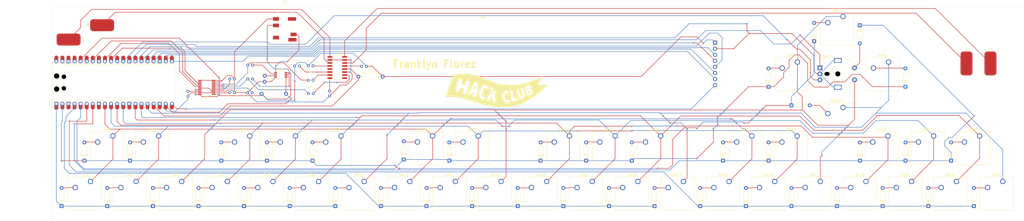
<source format=kicad_pcb>
(kicad_pcb (version 20241229) (generator "pcbnew") (generator_version "9.0")
  (layers (0 "F.Cu" signal) (2 "B.Cu" signal) (13 "F.Paste" user) (15 "B.Paste" user) (5 "F.SilkS" user "F.Silkscreen") (7 "B.SilkS" user "B.Silkscreen") (1 "F.Mask" user) (3 "B.Mask" user) (25 "Edge.Cuts" user))
  (net 0 "")
  (net 1 "Col1")
  (net 2 "ControlJackOutput")
  (net 4 "Row5")
  (net 5 "GND")
  (net 6 "LRCLK")
  (net 7 "1A")
  (net 8 "Col6")
  (net 9 "SDA")
  (net 10 "RESET")
  (net 12 "Col4")
  (net 13 "Row4")
  (net 14 "1B")
  (net 16 "Row1")
  (net 17 "ControlSpeakerOutput")
  (net 18 "Col3")
  (net 20 "LCDLIGHT")
  (net 21 "Col5")
  (net 22 "BLCK")
  (net 23 "Row2")
  (net 24 "Col7")
  (net 25 "Row6")
  (net 26 "SCK")
  (net 27 "A0")
  (net 28 "Row3")
  (net 29 "DIN")
  (net 30 "CS_LCD")
  (net 32 "+3V3")
  (net 35 "Col2")
  (net 39 "Net-(U1-CAPP)")
  (net 40 "Net-(U1-CAPM)")
  (net 41 "Net-(U1-LDOO)")
  (net 42 "Net-(U1-VNEG)")
  (net 43 "AudioL")
  (net 44 "Net-(U4-INL)")
  (net 45 "Net-(U4-INR)")
  (net 46 "AudioR")
  (net 47 "Net-(U4-VREF)")
  (net 48 "Net-(U2-VIN1)")
  (net 49 "Net-(U2-BYPASS)")
  (net 50 "Net-(U4-PVDD0)")
  (net 51 "Net-(U2-VIN2)")
  (net 52 "Net-(U4-PVDD1)")
  (net 53 "Net-(U4-VDD)")
  (net 54 "Net-(D1-A)")
  (net 55 "Net-(D2-A)")
  (net 56 "Net-(D3-A)")
  (net 57 "Net-(D4-A)")
  (net 58 "Net-(D5-A)")
  (net 59 "Net-(D6-A)")
  (net 60 "Net-(D7-A)")
  (net 61 "Net-(D8-A)")
  (net 62 "Net-(D9-A)")
  (net 63 "Net-(D10-A)")
  (net 64 "Net-(D11-A)")
  (net 65 "Net-(D12-A)")
  (net 66 "Net-(D13-A)")
  (net 67 "Net-(D14-A)")
  (net 68 "Net-(D15-A)")
  (net 69 "Net-(D16-A)")
  (net 70 "Net-(D17-A)")
  (net 71 "Net-(D18-A)")
  (net 72 "Net-(D19-A)")
  (net 73 "Net-(D20-A)")
  (net 74 "Net-(D21-A)")
  (net 75 "Net-(D22-A)")
  (net 76 "Net-(D23-A)")
  (net 77 "Net-(D24-A)")
  (net 78 "Net-(D25-A)")
  (net 79 "Net-(D26-A)")
  (net 80 "Net-(D27-A)")
  (net 81 "Net-(D28-A)")
  (net 82 "Net-(D29-A)")
  (net 83 "Net-(D30-A)")
  (net 84 "Net-(D31-A)")
  (net 85 "Net-(D32-A)")
  (net 86 "Net-(D33-A)")
  (net 87 "Net-(D34-A)")
  (net 88 "Net-(D35-A)")
  (net 89 "Net-(d36-A)")
  (net 90 "Net-(D37-A)")
  (net 91 "Net-(D38-A)")
  (net 92 "Net-(D39-A)")
  (net 93 "Net-(D40-A)")
  (net 94 "Net-(D41-A)")
  (net 96 "Net-(U2-VOUT1)")
  (net 98 "Net-(U2-VOUT2)")
  (net 99 "Net-(J3-Pin_1)")
  (net 100 "Net-(J4-Pin_1)")
  (net 101 "Net-(J8-Pin_1)")
  (net 102 "Net-(J9-Pin_1)")
  (footprint "Button_Switch_Keyboard:SW_Cherry_MX_1.00u_PCB" (layer "F.Cu") (at -278.4475 135.41375)
    (property "Reference" "SW14")
    (property "Value" "SW_Push")
  )
  (footprint "Resistor_THT:R_Axial_DIN0207_L6.3mm_D2.5mm_P10.16mm_Horizontal" (layer "F.Cu") (at -318.98 91.5)
    (property "Reference" "R1")
    (property "Value" "10k")
  )
  (footprint "Button_Switch_Keyboard:SW_Cherry_MX_1.00u_PCB" (layer "F.Cu") (at -326.23125 116.36375)
    (property "Reference" "SW12")
    (property "Value" "SW_Push")
  )
  (footprint "Capacitor_THT:C_Disc_D5.0mm_W2.5mm_P2.50mm" (layer "F.Cu") (at -358.1 91.15 -90)
    (property "Reference" "C9")
    (property "Value" "0.1u")
  )
  (footprint "Button_Switch_Keyboard:SW_Cherry_MX_1.00u_PCB" (layer "F.Cu") (at -297.4975 135.41375)
    (property "Reference" "SW13")
    (property "Value" "SW_Push")
  )
  (footprint "Button_Switch_Keyboard:SW_Cherry_MX_1.00u_PCB" (layer "F.Cu") (at -164.1475 135.41375)
    (property "Reference" "SW25")
    (property "Value" "SW_Push")
  )
  (footprint "Button_Switch_Keyboard:SW_Cherry_MX_1.00u_PCB" (layer "F.Cu") (at -364.33125 116.36375)
    (property "Reference" "SW10")
    (property "Value" "SW_Push")
  )
  (footprint "Diode_THT:D_DO-35_SOD27_P7.62mm_Horizontal" (layer "F.Cu") (at -90.525 95.72625 90)
    (property "Reference" "D37" (hide yes))
    (property "Value" "1N4148")
  )
  (footprint "Diode_THT:D_DO-35_SOD27_P7.62mm_Horizontal" (layer "F.Cu") (at -128.625 76.67625 90)
    (property "Reference" "D38" (hide yes))
    (property "Value" "1N4148")
  )
  (footprint "Diode_THT:D_DO-35_SOD27_P7.62mm_Horizontal" (layer "F.Cu") (at -366.7125 145.7325 90)
    (property "Reference" "D5" (hide yes))
    (property "Value" "1N4148")
  )
  (footprint "Diode_THT:D_DO-35_SOD27_P7.62mm_Horizontal" (layer "F.Cu") (at -214.3125 145.7325 90)
    (property "Reference" "D18" (hide yes))
    (property "Value" "1N4148")
  )
  (footprint "Diode_THT:D_DO-35_SOD27_P7.62mm_Horizontal" (layer "F.Cu") (at -414.3375 126.6825 90)
    (property "Reference" "D9" (hide yes))
    (property "Value" "1N4148")
  )
  (footprint "Diode_THT:D_DO-35_SOD27_P7.62mm_Horizontal" (layer "F.Cu") (at -138.1125 145.7325 90)
    (property "Reference" "D27" (hide yes))
    (property "Value" "1N4148")
  )
  (footprint "Diode_THT:D_DO-35_SOD27_P7.62mm_Horizontal" (layer "F.Cu") (at -233.3625 145.7325 90)
    (property "Reference" "D17" (hide yes))
    (property "Value" "1N4148")
  )
  (footprint "Button_Switch_Keyboard:SW_Cherry_MX_1.00u_PCB" (layer "F.Cu") (at -421.48125 116.36375)
    (property "Reference" "SW8")
    (property "Value" "SW_Push")
  )
  (footprint "Diode_THT:D_DO-35_SOD27_P7.62mm_Horizontal" (layer "F.Cu") (at -328.6125 145.7325 90)
    (property "Reference" "D7" (hide yes))
    (property "Value" "1N4148")
  )
  (footprint "Diode_THT:D_DO-35_SOD27_P7.62mm_Horizontal" (layer "F.Cu") (at -109.5375 126.6825 90)
    (property "Reference" "D34" (hide yes))
    (property "Value" "1N4148")
  )
  (footprint "PAM8403:SOP-16" (layer "F.Cu") (at -327.8 87.7)
    (property "Reference" "U4")
    (property "Value" "PAM8403")
  )
  (footprint "Button_Switch_Keyboard:SW_Cherry_MX_1.00u_PCB" (layer "F.Cu") (at -97.51 85.4075)
    (property "Reference" "SWR1")
    (property "Value" "SW_Push")
  )
  (footprint "Diode_THT:D_DO-35_SOD27_P7.62mm_Horizontal" (layer "F.Cu") (at -119.0625 145.7325 90)
    (property "Reference" "D28" (hide yes))
    (property "Value" "1N4148")
  )
  (footprint "Button_Switch_Keyboard:SW_Cherry_MX_1.00u_PCB" (layer "F.Cu") (at -116.56 66.3575)
    (property "Reference" "SWUP1")
    (property "Value" "SW_Push")
  )
  (footprint "Button_Switch_Keyboard:SW_Cherry_MX_1.00u_PCB" (layer "F.Cu") (at -126.0475 135.41375)
    (property "Reference" "SW27")
    (property "Value" "SW_Push")
  )
  (footprint "Button_Switch_Keyboard:SW_Cherry_MX_1.00u_PCB" (layer "F.Cu") (at -402.43125 116.36375)
    (property "Reference" "SW9")
    (property "Value" "SW_Push")
  )
  (footprint "Capacitor_THT:C_Radial_D5.0mm_H5.0mm_P2.00mm" (layer "F.Cu") (at -339.8 98.6)
    (property "Reference" "C6" (hide yes))
    (property "Value" "4.7u")
  )
  (footprint "Diode_THT:D_DO-35_SOD27_P7.62mm_Horizontal" (layer "F.Cu") (at -300.0375 126.20625 90)
    (property "Reference" "D20" (hide yes))
    (property "Value" "1N4148")
  )
  (footprint "Connector_PinHeader_2.54mm:PinHeader_1x08_P2.54mm_Vertical" (layer "F.Cu") (at -170 77.3)
    (property "Reference" "J1")
    (property "Value" "ST7735R LCD")
  )
  (footprint "Diode_THT:D_DO-35_SOD27_P7.62mm_Horizontal" (layer "F.Cu") (at -166.6875 126.6825 90)
    (property "Reference" "D32" (hide yes))
    (property "Value" "1N4148")
  )
  (footprint "Package_SO:TSSOP-20_4.4x6.5mm_P0.65mm" (layer "F.Cu") (at -382.3375 96.025 180)
    (property "Reference" "U1")
    (property "Value" "PCM5100")
  )
  (footprint "Connector_Wire:SolderWirePad_1x01_SMD_5x10mm" (layer "F.Cu") (at -55 86)
    (property "Reference" "J4")
    (property "Value" "+")
  )
  (footprint "Capacitor_THT:C_Radial_D5.0mm_H5.0mm_P2.00mm" (layer "F.Cu") (at -339.9 93)
    (property "Reference" "C5" (hide yes))
    (property "Value" "4.7u")
  )
  (footprint "Diode_THT:D_DO-35_SOD27_P7.62mm_Horizontal" (layer "F.Cu") (at -147.6375 126.6825 90)
    (property "Reference" "D33" (hide yes))
    (property "Value" "1N4148")
  )
  (footprint "Diode_THT:D_DO-35_SOD27_P7.62mm_Horizontal" (layer "F.Cu") (at -100.0125 145.7325 90)
    (property "Reference" "D29" (hide yes))
    (property "Value" "1N4148")
  )
  (footprint "Capacitor_THT:C_Radial_D5.0mm_H5.0mm_P2.00mm" (layer "F.Cu") (at -372.7 92.5)
    (property "Reference" "C2" (hide yes))
    (property "Value" "1u")
  )
  (footprint "Diode_THT:D_DO-35_SOD27_P7.62mm_Horizontal" (layer "F.Cu") (at -290.5125 145.7325 90)
    (property "Reference" "D14" (hide yes))
    (property "Value" "1N4148")
  )
  (footprint "Diode_THT:D_DO-35_SOD27_P7.62mm_Horizontal" (layer "F.Cu") (at -376.2375 126.6825 90)
    (property "Reference" "D10" (hide yes))
    (property "Value" "1N4148")
  )
  (footprint "Capacitor_THT:C_Radial_D5.0mm_H5.0mm_P2.00mm" (layer "F.Cu") (at -365.2 86.7)
    (property "Reference" "C8" (hide yes))
    (property "Value" "4.7u")
  )
  (footprint "Button_Switch_Keyboard:SW_Cherry_MX_1.00u_PCB" (layer "F.Cu") (at -97.79 116.36375)
    (property "Reference" "SW34")
    (property "Value" "SW_Push")
  )
  (footprint "Button_Switch_Keyboard:SW_Cherry_MX_1.00u_PCB" (layer "F.Cu") (at -183.1975 135.41375)
    (property "Reference" "SW19")
    (property "Value" "SW_Push")
  )
  (footprint "Diode_THT:D_DO-35_SOD27_P7.62mm_Horizontal" (layer "F.Cu") (at -252.4125 145.7325 90)
    (property "Reference" "D16" (hide yes))
    (property "Value" "1N4148")
  )
  (footprint "Button_Switch_Keyboard:SW_Cherry_MX_1.00u_PCB" (layer "F.Cu") (at -69.215 135.41375)
    (property "Reference" "SW30")
    (property "Value" "SW_Push")
  )
  (footprint "Module:RaspberryPi_Pico_Common_Unspecified" (layer "F.Cu") (at -421 94 90)
    (property "Reference" "A1")
    (property "Value" "Orpheus_Pico")
  )
  (footprint "Connector_Wire:SolderWirePad_1x01_SMD_5x10mm" (layer "F.Cu") (at -440 76 -90)
    (property "Reference" "J3")
    (property "Value" "+")
  )
  (footprint "Package_SO:TSSOP-8_3x3mm_P0.65mm" (layer "F.Cu") (at -351.4 90.8)
    (property "Reference" "U2")
    (property "Value" "LM4810")
  )
  (footprint "Button_Switch_Keyboard:SW_Cherry_MX_1.00u_PCB" (layer "F.Cu") (at -106.9975 135.41375)
    (property "Reference" "SW28")
    (property "Value" "SW_Push")
  )
  (footprint "Diode_THT:D_DO-35_SOD27_P7.62mm_Horizontal" (layer "F.Cu") (at -147.675 95.72625 90)
    (property "Reference" "D39" (hide yes))
    (property "Value" "1N4148")
  )
  (footprint "Button_Switch_Keyboard:SW_Cherry_MX_1.00u_PCB" (layer "F.Cu") (at -59.53125 116.36375)
    (property "Reference" "SW36")
    (property "Value" "SW_Push")
  )
  (footprint "Diode_THT:D_DO-35_SOD27_P7.62mm_Horizontal" (layer "F.Cu") (at -223.8375 126.6825 90)
    (property "Reference" "D23" (hide yes))
    (property "Value" "1N4148")
  )
  (footprint "Button_Switch_Keyboard:SW_Cherry_MX_1.00u_PCB" (layer "F.Cu") (at -202.2475 135.41375)
    (property "Reference" "SW18")
    (property "Value" "SW_Push")
  )
  (footprint "Button_Switch_Keyboard:SW_Cherry_MX_1.00u_PCB" (layer "F.Cu") (at -116.56 104.4575)
    (property "Reference" "SWDN1")
    (property "Value" "SW_Push")
  )
  (footprint "Button_Switch_Keyboard:SW_Cherry_MX_1.00u_PCB" (layer "F.Cu") (at -411.7975 135.41375)
    (property "Reference" "SW2")
    (property "Value" "SW_Push")
  )
  (footprint "Diode_THT:D_DO-35_SOD27_P7.62mm_Horizontal" (layer "F.Cu") (at -80.9625 145.7325 90)
    (property "Reference" "D30" (hide yes))
    (property "Value" "1N4148")
  )
  (footprint "Button_Switch_Keyboard:SW_Cherry_MX_1.00u_PCB" (layer "F.Cu") (at -78.74 116.36375)
    (property "Reference" "SW35")
    (property "Value" "SW_Push")
  )
  (footprint "images:Flag" (layer "F.Cu") (at -262 98)
    (property "Reference" "G***")
    (property "Value" "LOGO" (hide yes))
  )
  (footprint "Diode_THT:D_DO-35_SOD27_P7.62mm_Horizontal" (layer "F.Cu") (at -195.2625 145.7325 90)
    (property "Reference" "D19" (hide yes))
    (property "Value" "1N4148")
  )
  (footprint "Capacitor_THT:C_Radial_D5.0mm_H5.0mm_P2.00mm" (layer "F.Cu") (at -363.3 98.3 180)
    (property "Reference" "C4" (hide yes))
    (property "Value" "1u")
  )
  (footprint "Diode_THT:D_DO-35_SOD27_P7.62mm_Horizontal" (layer "F.Cu") (at -271.4625 145.7325 90)
    (property "Reference" "D15" (hide yes))
    (property "Value" "1N4148")
  )
  (footprint "Button_Switch_Keyboard:SW_Cherry_MX_1.00u_PCB" (layer "F.Cu") (at -87.9475 135.41375)
    (property "Reference" "SW29")
    (property "Value" "SW_Push")
  )
  (footprint "Capacitor_THT:C_Radial_D5.0mm_H5.0mm_P2.00mm" (layer "F.Cu") (at -317.6 87.2)
    (property "Reference" "C12" (hide yes))
    (property "Value" "10u")
  )
  (footprint "Diode_THT:D_DO-35_SOD27_P7.62mm_Horizontal" (layer "F.Cu") (at -61.9125 145.7325 90)
    (property "Reference" "D31" (hide yes))
    (property "Value" "1N4148")
  )
  (footprint "MountingHole:MountingHole_3.2mm_M3" (layer "F.Cu") (at -441 68)
    (property "Reference" "H2" (hide yes))
    (property "Value" "MountingHole")
  )
  (footprint "Resistor_THT:R_Axial_DIN0207_L6.3mm_D2.5mm_P10.16mm_Horizontal" (layer "F.Cu") (at -359.38 98.7)
    (property "Reference" "R2")
    (property "Value" "10k")
  )
  (footprint "Capacitor_THT:C_Radial_D5.0mm_H5.0mm_P2.00mm" (layer "F.Cu") (at -365.2 92.5)
    (property "Reference" "C11" (hide yes))
    (property "Value" "4.7u")
  )
  (footprint "Button_Switch_Keyboard:SW_Cherry_MX_1.00u_PCB" (layer "F.Cu") (at -354.6475 135.41375)
    (property "Reference" "SW5")
    (property "Value" "SW_Push")
  )
  (footprint "Button_Switch_Keyboard:SW_Cherry_MX_1.00u_PCB" (layer "F.Cu") (at -316.5475 135.41375)
    (property "Reference" "SW7")
    (property "Value" "SW_Push")
  )
  (footprint "Connector_Audio:Jack_3.5mm_PJ31060-I_Horizontal" (layer "F.Cu") (at -349.725 71.725)
    (property "Reference" "J2")
    (property "Value" "AudioJack4_SwitchT1")
  )
  (footprint "Capacitor_THT:C_Radial_D5.0mm_H5.0mm_P2.00mm" (layer "F.Cu") (at -390.1875 97.68125 -90)
    (property "Reference" "C3" (hide yes))
    (property "Value" "1u")
  )
  (footprint "MountingHole:MountingHole_3.2mm_M3" (layer "F.Cu") (at -47 68)
    (property "Reference" "H1" (hide yes))
    (property "Value" "MountingHole")
  )
  (footprint "MountingHole:MountingHole_3.2mm_M3" (layer "F.Cu") (at -47 115)
    (property "Reference" "H4" (hide yes))
    (property "Value" "MountingHole")
  )
  (footprint "Button_Switch_Keyboard:SW_Cherry_MX_1.00u_PCB" (layer "F.Cu") (at -240.3475 135.41375)
    (property "Reference" "SW16")
    (property "Value" "SW_Push")
  )
  (footprint "Button_Switch_Keyboard:SW_Cherry_MX_1.00u_PCB" (layer "F.Cu") (at -345.28125 116.36375)
    (property "Reference" "SW11")
    (property "Value" "SW_Push")
  )
  (footprint "Diode_THT:D_DO-35_SOD27_P7.62mm_Horizontal" (layer "F.Cu") (at -404.8125 145.7325 90)
    (property "Reference" "D3" (hide yes))
    (property "Value" "1N4148")
  )
  (footprint "Button_Switch_Keyboard:SW_Cherry_MX_1.00u_PCB" (layer "F.Cu") (at -135.61 85.4075)
    (property "Reference" "SWL1")
    (property "Value" "SW_Push")
  )
  (footprint "Button_Switch_Keyboard:SW_Cherry_MX_1.00u_PCB" (layer "F.Cu") (at -430.8475 135.41375)
    (property "Reference" "SW1")
    (property "Value" "SW_Push")
  )
  (footprint "Capacitor_THT:C_Radial_D5.0mm_H5.0mm_P2.00mm" (layer "F.Cu") (at -343.6 87.1 180)
    (property "Reference" "C13" (hide yes))
    (property "Value" "1u")
  )
  (footprint "Button_Switch_Keyboard:SW_Cherry_MX_1.00u_PCB" (layer "F.Cu") (at -145.0975 135.41375)
    (property "Reference" "SW26")
    (property "Value" "SW_Push")
  )
  (footprint "Button_Switch_Keyboard:SW_Cherry_MX_1.00u_PCB" (layer "F.Cu") (at -49.8475 135.41375)
    (property "Reference" "SW31")
    (property "Value" "SW_Push")
  )
  (footprint "Button_Switch_Keyboard:SW_Cherry_MX_1.00u_PCB" (layer "F.Cu") (at -192.7225 116.36375)
    (property "Reference" "SW24")
    (property "Value" "SW_Push")
  )
  (footprint "Button_Switch_Keyboard:SW_Cherry_MX_1.00u_PCB" (layer "F.Cu") (at -392.7475 135.41375)
    (property "Reference" "SW3")
    (property "Value" "SW_Push")
  )
  (footprint "Diode_THT:D_DO-35_SOD27_P7.62mm_Horizontal" (layer "F.Cu") (at -204.7875 126.6825 90)
    (property "Reference" "D24" (hide yes))
    (property "Value" "1N4148")
  )
  (footprint "Rotary_Encoder:RotaryEncoder_Alps_EC11E-Switch_Vertical_H20mm_MountingHoles" (layer "F.Cu") (at -126.24375 87.86875)
    (property "Reference" "SW37")
    (property "Value" "RotaryEncoder_Switch_MP")
  )
  (footprint "Diode_THT:D_DO-35_SOD27_P7.62mm_Horizontal" (layer "F.Cu") (at -357.1875 126.6825 90)
    (property "Reference" "D11" (hide yes))
    (property "Value" "1N4148")
  )
  (footprint "Button_Switch_Keyboard:SW_Cherry_MX_1.00u_PCB" (layer "F.Cu") (at -373.6975 135.41375)
    (property "Reference" "SW4")
    (property "Value" "SW_Push")
  )
  (footprint "Diode_THT:D_DO-35_SOD27_P7.62mm_Horizontal" (layer "F.Cu") (at -242.8875 126.6825 90)
    (property "Reference" "D22" (hide yes))
    (property "Value" "1N4148")
  )
  (footprint "Capacitor_THT:C_Radial_D5.0mm_H5.0mm_P2.00mm" (layer "F.Cu") (at -337.9 87 180)
    (property "Reference" "C10" (hide yes))
    (property "Value" "10u")
  )
  (footprint "MountingHole:MountingHole_3.2mm_M3" (layer "F.Cu") (at -221 71)
    (property "Reference" "H3" (hide yes))
    (property "Value" "MountingHole")
  )
  (footprint "Diode_THT:D_DO-35_SOD27_P7.62mm_Horizontal" (layer "F.Cu") (at -347.6625 145.7325 90)
    (property "Reference" "D6" (hide yes))
    (property "Value" "1N4148")
  )
  (footprint "Connector_Wire:SolderWirePad_1x01_SMD_5x10mm" (layer "F.Cu") (at -65 86)
    (property "Reference" "J9")
    (property "Value" "-")
  )
  (footprint "Button_Switch_Keyboard:SW_Cherry_MX_1.00u_PCB" (layer "F.Cu") (at -259.3975 135.41375)
    (property "Reference" "SW15")
    (property "Value" "SW_Push")
  )
  (footprint "Capacitor_THT:C_Radial_D5.0mm_H5.0mm_P2.00mm" (layer "F.Cu") (at -331 99.6 90)
    (property "Reference" "C7" (hide yes))
    (property "Value" "0.1u")
  )
  (footprint "Button_Switch_Keyboard:SW_Cherry_MX_1.00u_PCB" (layer "F.Cu") (at -335.5975 135.41375)
    (property "Reference" "SW6")
    (property "Value" "SW_Push")
  )
  (footprint "Button_Switch_Keyboard:SW_Cherry_MX_1.00u_PCB" (layer "F.Cu") (at -211.7725 116.36375)
    (property "Reference" "SW23")
    (property "Value" "SW_Push")
  )
  (footprint "Diode_THT:D_DO-35_SOD27_P7.62mm_Horizontal" (layer "F.Cu") (at -71.4375 126.6825 90)
    (property "Reference" "d36" (hide yes))
    (property "Value" "1N4148")
  )
  (footprint "Diode_THT:D_DO-35_SOD27_P7.62mm_Horizontal" (layer "F.Cu") (at -338.1375 126.6825 90)
    (property "Reference" "D12" (hide yes))
    (property "Value" "1N4148")
  )
  (footprint "Diode_THT:D_DO-35_SOD27_P7.62mm_Horizontal" (layer "F.Cu") (at -423.8625 145.7325 90)
    (property "Reference" "D2" (hide yes))
    (property "Value" "1N4148")
  )
  (footprint "Button_Switch_Keyboard:SW_Cherry_MX_1.00u_PCB" (layer "F.Cu") (at -135.73125 116.36375)
    (property "Reference" "SW33")
    (property "Value" "SW_Push")
  )
  (footprint "Diode_THT:D_DO-35_SOD27_P7.62mm_Horizontal" (layer "F.Cu") (at -385.7625 145.7325 90)
    (property "Reference" "D4" (hide yes))
    (property "Value" "1N4148")
  )
  (footprint "Button_Switch_Keyboard:SW_Cherry_MX_1.00u_PCB" (layer "F.Cu") (at -230.8225 116.36375)
    (property "Reference" "SW22")
    (property "Value" "SW_Push")
  )
  (footprint "Button_Switch_Keyboard:SW_Cherry_MX_1.00u_PCB" (layer "F.Cu") (at -287.9725 116.36375)
    (property "Reference" "SW20")
    (property "Value" "SW_Push")
  )
  (footprint "Connector_Wire:SolderWirePad_1x01_SMD_5x10mm" (layer "F.Cu") (at -426 70 90)
    (property "Reference" "J8")
    (property "Value" "-")
  )
  (footprint "Diode_THT:D_DO-35_SOD27_P7.62mm_Horizontal" (layer "F.Cu") (at -309.5625 145.7325 90)
    (property "Reference" "D13" (hide yes))
    (property "Value" "1N4148")
  )
  (footprint "Diode_THT:D_DO-35_SOD27_P7.62mm_Horizontal" (layer "F.Cu") (at -176.2125 145.7325 90)
    (property "Reference" "D25" (hide yes))
    (property "Value" "1N4148")
  )
  (footprint "Diode_THT:D_DO-35_SOD27_P7.62mm_Horizontal" (layer "F.Cu") (at -90.4875 126.6825 90)
    (property "Reference" "D35" (hide yes))
    (property "Value" "1N4148")
  )
  (footprint "Diode_THT:D_DO-35_SOD27_P7.62mm_Horizontal" (layer "F.Cu") (at -433.3875 126.6825 90)
    (property "Reference" "D8" (hide yes))
    (property "Value" "1N4148")
  )
  (footprint "MountingHole:MountingHole_3.2mm_M3" (layer "F.Cu") (at -267 71)
    (property "Reference" "H5")
    (property "Value" "MountingHole")
  )
  (footprint "Button_Switch_Keyboard:SW_Cherry_MX_1.00u_PCB" (layer "F.Cu") (at -268.9225 116.36375)
    (property "Reference" "SW21")
    (property "Value" "SW_Push")
  )
  (footprint "Diode_THT:D_DO-35_SOD27_P7.62mm_Horizontal" (layer "F.Cu") (at -109.575 70.00875 -90)
    (property "Reference" "D41" (hide yes))
    (property "Value" "1N4148")
  )
  (footprint "Diode_THT:D_DO-35_SOD27_P7.62mm_Horizontal" (layer "F.Cu") (at -442.9125 145.7325 90)
    (property "Reference" "D1" (hide yes))
    (property "Value" "1N4148")
  )
  (footprint "Button_Switch_Keyboard:SW_Cherry_MX_1.00u_PCB" (layer "F.Cu") (at -154.6225 116.36375)
    (property "Reference" "SW32")
    (property "Value" "SW_Push")
  )
  (footprint "Diode_THT:D_DO-35_SOD27_P7.62mm_Horizontal" (layer "F.Cu") (at -138.1125 103.55625)
    (property "Reference" "D40" (hide yes))
    (property "Value" "1N4148")
  )
  (footprint "Capacitor_THT:C_Radial_D5.0mm_H5.0mm_P2.00mm" (layer "F.Cu") (at -372.7 98.2)
    (property "Reference" "C1" (hide yes))
    (property "Value" "1u")
  )
  (footprint "Diode_THT:D_DO-35_SOD27_P7.62mm_Horizontal" (layer "F.Cu") (at -157.1625 145.7325 90)
    (property "Reference" "D26" (hide yes))
    (property "Value" "1N4148")
  )
  (footprint "Button_Switch_Keyboard:SW_Cherry_MX_1.00u_PCB" (layer "F.Cu") (at -221.2975 135.41375)
    (property "Reference" "SW17")
    (property "Value" "SW_Push")
  )
  (footprint "Diode_THT:D_DO-35_SOD27_P7.62mm_Horizontal" (layer "F.Cu") (at -280.9875 126.6825 90)
    (property "Reference" "D21" (hide yes))
    (property "Value" "1N4148")
  )
  (gr_rect (start -447 62) (end -41 152) (stroke (width 0.05)) (fill no) (layer "Edge.Cuts"))
  (gr_text "Franklyn Florez" (at -305 88 0) (layer "F.SilkS") (effects (font (size 3 3) (thickness 0.6) (bold yes)) (justify left bottom)))
  (segment (start -162.9 109.2) (end -161 111.1) (width 0.2) (layer "F.Cu") (net 1))
  (segment (start -430.8475 135.41375) (end -421.48125 126.0475) (width 0.2) (layer "F.Cu") (net 1))
  (segment (start -422.6 113.5) (end -422.7 113.6) (width 0.2) (layer "F.Cu") (net 1))
  (segment (start -421.48125 126.0475) (end -421.48125 116.36375) (width 0.2) (layer "F.Cu") (net 1))
  (segment (start -154.6225 125.88875) (end -154.6225 116.36375) (width 0.2) (layer "F.Cu") (net 1))
  (segment (start -421.48125 116.36375) (end -418.6175 113.5) (width 0.2) (layer "F.Cu") (net 1))
  (segment (start -422.7 113.6) (end -424.8 111.5) (width 0.2) (layer "F.Cu") (net 1))
  (segment (start -418.5 113.5) (end -422.6 113.5) (width 0.2) (layer "F.Cu") (net 1))
  (segment (start -163.4 109.2) (end -162.9 109.2) (width 0.2) (layer "F.Cu") (net 1))
  (segment (start -287.9725 125.88875) (end -287.9725 116.36375) (width 0.2) (layer "F.Cu") (net 1))
  (segment (start -424.81 110.79) (end -424.81 103.69) (width 0.2) (layer "F.Cu") (net 1))
  (segment (start -424.8 111.5) (end -424.8 110.8) (width 0.2) (layer "F.Cu") (net 1))
  (segment (start -157.78625 113.2) (end -158.7 113.2) (width 0.2) (layer "F.Cu") (net 1))
  (segment (start -290.83625 113.5) (end -287.9725 116.36375) (width 0.2) (layer "F.Cu") (net 1))
  (segment (start -287.9725 116.36375) (end -283.3 111.69125) (width 0.2) (layer "F.Cu") (net 1))
  (segment (start -164.1475 135.41375) (end -154.6225 125.88875) (width 0.2) (layer "F.Cu") (net 1))
  (segment (start -418.5 113.5) (end -290.83625 113.5) (width 0.2) (layer "F.Cu") (net 1))
  (segment (start -283.3 111.69125) (end -283.3 111.6) (width 0.2) (layer "F.Cu") (net 1))
  (segment (start -297.4975 135.41375) (end -287.9725 125.88875) (width 0.2) (layer "F.Cu") (net 1))
  (segment (start -282 110.4) (end -281.7 110.4) (width 0.2) (layer "F.Cu") (net 1))
  (segment (start -281.7 110.4) (end -280.3 109) (width 0.2) (layer "F.Cu") (net 1))
  (segment (start -154.6225 116.36375) (end -157.78625 113.2) (width 0.2) (layer "F.Cu") (net 1))
  (segment (start -418.6175 113.5) (end -418.5 113.5) (width 0.2) (layer "F.Cu") (net 1))
  (via (at -283.3 111.6) (size 0.6) (drill 0.3) (layers "F.Cu" "B.Cu") (net 1))
  (via (at -282 110.4) (size 0.6) (drill 0.3) (layers "F.Cu" "B.Cu") (net 1))
  (via (at -163.4 109.2) (size 0.6) (drill 0.3) (layers "F.Cu" "B.Cu") (net 1))
  (via (at -158.7 113.2) (size 0.6) (drill 0.3) (layers "F.Cu" "B.Cu") (net 1))
  (via (at -161 111.1) (size 0.6) (drill 0.3) (layers "F.Cu" "B.Cu") (net 1))
  (via (at -280.3 109) (size 0.6) (drill 0.3) (layers "F.Cu" "B.Cu") (net 1))
  (segment (start -283.3 111.6) (end -283.2 111.6) (width 0.2) (layer "B.Cu") (net 1))
  (segment (start -160.8 111.1) (end -161 111.1) (width 0.2) (layer "B.Cu") (net 1))
  (segment (start -280.1 109.2) (end -280.3 109) (width 0.2) (layer "B.Cu") (net 1))
  (segment (start -158.7 113.2) (end -160.8 111.1) (width 0.2) (layer "B.Cu") (net 1))
  (segment (start -283.2 111.6) (end -282 110.4) (width 0.2) (layer "B.Cu") (net 1))
  (segment (start -163.4 109.2) (end -280.1 109.2) (width 0.2) (layer "B.Cu") (net 1))
  (segment (start -349.22 98.7) (end -349.22 91.805) (width 0.2) (layer "F.Cu") (net 2))
  (segment (start -373.5 102.9) (end -349.3 102.9) (width 0.2) (layer "F.Cu") (net 2))
  (segment (start -349.3 102.9) (end -347.1 100.7) (width 0.2) (layer "F.Cu") (net 2))
  (segment (start -349.22 91.805) (end -349.25 91.775) (width 0.2) (layer "F.Cu") (net 2))
  (segment (start -399.41 103.69) (end -396.7 106.4) (width 0.2) (layer "F.Cu") (net 2))
  (segment (start -377 106.4) (end -373.5 102.9) (width 0.2) (layer "F.Cu") (net 2))
  (segment (start -396.7 106.4) (end -377 106.4) (width 0.2) (layer "F.Cu") (net 2))
  (segment (start -347.1 100.7) (end -347.1 100.6) (width 0.2) (layer "F.Cu") (net 2))
  (via (at -347.1 100.6) (size 0.6) (drill 0.3) (layers "F.Cu" "B.Cu") (net 2))
  (segment (start -347.32 100.6) (end -349.22 98.7) (width 0.2) (layer "B.Cu") (net 2))
  (segment (start -347.1 100.6) (end -347.32 100.6) (width 0.2) (layer "B.Cu") (net 2))
  (segment (start -439.7 110.2) (end -432.6 110.2) (width 0.2) (layer "F.Cu") (net 4))
  (segment (start -432.43 110.03) (end -432.43 102.89) (width 0.2) (layer "F.Cu") (net 4))
  (segment (start -432.6 110.2) (end -432.43 110.03) (width 0.2) (layer "F.Cu") (net 4))
  (via (at -439.7 110.2) (size 0.6) (drill 0.3) (layers "F.Cu" "B.Cu") (net 4))
  (segment (start -177.173934 145.7325) (end -191.506434 131.4) (width 0.2) (layer "B.Cu") (net 4))
  (segment (start -436.9 131.4) (end -439.7 128.6) (width 0.2) (layer "B.Cu") (net 4))
  (segment (start -157.1625 145.7325) (end -176.2125 145.7325) (width 0.2) (layer "B.Cu") (net 4))
  (segment (start -80.9625 145.7325) (end -100.0125 145.7325) (width 0.2) (layer "B.Cu") (net 4))
  (segment (start -119.0625 145.7325) (end -138.1125 145.7325) (width 0.2) (layer "B.Cu") (net 4))
  (segment (start -100.0125 145.7325) (end -119.0625 145.7325) (width 0.2) (layer "B.Cu") (net 4))
  (segment (start -176.2125 145.7325) (end -177.173934 145.7325) (width 0.2) (layer "B.Cu") (net 4))
  (segment (start -138.1125 145.7325) (end -157.1625 145.7325) (width 0.2) (layer "B.Cu") (net 4))
  (segment (start -436.9 131.4) (end -191.506434 131.4) (width 0.2) (layer "B.Cu") (net 4))
  (segment (start -439.7 128.6) (end -439.7 110.2) (width 0.2) (layer "B.Cu") (net 4))
  (segment (start -61.9125 145.7325) (end -80.9625 145.7325) (width 0.2) (layer "B.Cu") (net 4))
  (segment (start -372.1 91.1) (end -370.7 92.5) (width 0.2) (layer "F.Cu") (net 5))
  (segment (start -155.6 73.5) (end -155.9 73.5) (width 0.2) (layer "F.Cu") (net 5))
  (segment (start -365.6 98.3) (end -365.7 98.2) (width 0.2) (layer "F.Cu") (net 5))
  (segment (start -321.6 90.4) (end -322.35 89.65) (width 0.2) (layer "F.Cu") (net 5))
  (segment (start -373.401 97.1) (end -371.8 97.1) (width 0.2) (layer "F.Cu") (net 5))
  (segment (start -321.6 92.6) (end -321.6 90.4) (width 0.2) (layer "F.Cu") (net 5))
  (segment (start -162.4 80) (end -162.56 79.84) (width 0.2) (layer "F.Cu") (net 5))
  (segment (start -322.175 84.525) (end -322.1 84.6) (width 0.2) (layer "F.Cu") (net 5))
  (segment (start -155.9 73.5) (end -162.4 80) (width 0.2) (layer "F.Cu") (net 5))
  (segment (start -330.8734 84.525) (end -324.7266 84.525) (width 0.2) (layer "F.Cu") (net 5))
  (segment (start -322.395 89.605) (end -324.7266 89.605) (width 0.2) (layer "F.Cu") (net 5))
  (segment (start -385.2 93.1) (end -379.475 93.1) (width 0.2) (layer "F.Cu") (net 5))
  (segment (start -355.425 93.65) (end -353.55 91.775) (width 0.2) (layer "F.Cu") (net 5))
  (segment (start -380.13237 97.65) (end -379.475 97.65) (width 0.2) (layer "F.Cu") (net 5))
  (segment (start -373.951 97.65) (end -373.401 97.1) (width 0.2) (layer "F.Cu") (net 5))
  (segment (start -358.1 93.65) (end -360.65 93.65) (width 0.2) (layer "F.Cu") (net 5))
  (segment (start -385.2 96.35) (end -381.43237 96.35) (width 0.2) (layer "F.Cu") (net 5))
  (segment (start -128.7 82.7) (end -137.9 73.5) (width 0.2) (layer "F.Cu") (net 5))
  (segment (start -324.1 95.1) (end -321.6 92.6) (width 0.2) (layer "F.Cu") (net 5))
  (segment (start -371.8 97.1) (end -370.7 98.2) (width 0.2) (layer "F.Cu") (net 5))
  (segment (start -381.43237 96.35) (end -380.13237 97.65) (width 0.2) (layer "F.Cu") (net 5))
  (segment (start -390.1875 99.68125) (end -388.80625 98.3) (width 0.2) (layer "F.Cu") (net 5))
  (segment (start -162.56 79.84) (end -170 79.84) (width 0.2) (layer "F.Cu") (net 5))
  (segment (start -379.475 93.75) (end -376.45 93.75) (width 0.2) (layer "F.Cu") (net 5))
  (segment (start -375.8 93.1) (end -373.8 91.1) (width 0.2) (layer "F.Cu") (net 5))
  (segment (start -385.2 98.3) (end -380.78237 98.3) (width 0.2) (layer "F.Cu") (net 5))
  (segment (start -376.45 93.75) (end -375.8 93.1) (width 0.2) (layer "F.Cu") (net 5))
  (segment (start -326.5 95.1) (end -324.1 95.1) (width 0.2) (layer "F.Cu") (net 5))
  (segment (start -324.7266 84.525) (end -322.175 84.525) (width 0.2) (layer "F.Cu") (net 5))
  (segment (start -126.24375 90.36875) (end -126.3125 90.3) (width 0.2) (layer "F.Cu") (net 5))
  (segment (start -137.9 73.5) (end -155.6 73.5) (width 0.2) (layer "F.Cu") (net 5))
  (segment (start -380.78237 98.3) (end -380.13237 97.65) (width 0.2) (layer "F.Cu") (net 5))
  (segment (start -379.475 97.65) (end -373.951 97.65) (width 0.2) (layer "F.Cu") (net 5))
  (segment (start -322.35 89.65) (end -322.395 89.605) (width 0.2) (layer "F.Cu") (net 5))
  (segment (start -353.375 67.375) (end -356.975 67.375) (width 0.2) (layer "F.Cu") (net 5))
  (segment (start -128.7 89.3) (end -128.7 82.7) (width 0.2) (layer "F.Cu") (net 5))
  (segment (start -331 99.6) (end -326.5 95.1) (width 0.2) (layer "F.Cu") (net 5))
  (segment (start -360.65 93.65) (end -365.3 98.3) (width 0.2) (layer "F.Cu") (net 5))
  (segment (start -128.6 89.3) (end -128.7 89.3) (width 0.2) (layer "F.Cu") (net 5))
  (segment (start -379.475 93.1) (end -375.8 93.1) (width 0.2) (layer "F.Cu") (net 5))
  (segment (start -370.7 81.1) (end -370.7 92.5) (width 0.2) (layer "F.Cu") (net 5))
  (segment (start -126.3125 90.3) (end -127.6 90.3) (width 0.2) (layer "F.Cu") (net 5))
  (segment (start -156.7 69.4) (end -156.7 72.4) (width 0.2) (layer "F.Cu") (net 5))
  (segment (start -373.8 91.1) (end -372.1 91.1) (width 0.2) (layer "F.Cu") (net 5))
  (segment (start -127.6 90.3) (end -128.6 89.3) (width 0.2) (layer "F.Cu") (net 5))
  (segment (start -388.80625 98.3) (end -385.2 98.3) (width 0.2) (layer "F.Cu") (net 5))
  (segment (start -358.1 93.65) (end -355.425 93.65) (width 0.2) (layer "F.Cu") (net 5))
  (segment (start -356.975 67.375) (end -370.7 81.1) (width 0.2) (layer "F.Cu") (net 5))
  (segment (start -365.7 98.2) (end -370.7 98.2) (width 0.2) (layer "F.Cu") (net 5))
  (segment (start -370.7 92.5) (end -370.7 98.2) (width 0.2) (layer "F.Cu") (net 5))
  (segment (start -365.3 98.3) (end -365.6 98.3) (width 0.2) (layer "F.Cu") (net 5))
  (segment (start -156.7 72.4) (end -155.6 73.5) (width 0.2) (layer "F.Cu") (net 5))
  (via (at -322.1 84.6) (size 0.6) (drill 0.3) (layers "F.Cu" "B.Cu") (net 5))
  (via (at -156.7 69.4) (size 0.6) (drill 0.3) (layers "F.Cu" "B.Cu") (net 5))
  (via (at -322.35 89.65) (size 0.6) (drill 0.3) (layers "F.Cu" "B.Cu") (net 5))
  (segment (start -333.501 102.101) (end -361.499 102.101) (width 0.2) (layer "B.Cu") (net 5))
  (segment (start -118.74375 95.96875) (end -120.64375 95.96875) (width 0.2) (layer "B.Cu") (net 5))
  (segment (start -120.64375 95.96875) (end -126.24375 90.36875) (width 0.2) (layer "B.Cu") (net 5))
  (segment (start -401.95 102.89) (end -398.84 106) (width 0.2) (layer "B.Cu") (net 5))
  (segment (start -339.3 78.9) (end -335.7 75.3) (width 0.2) (layer "B.Cu") (net 5))
  (segment (start -386.6 78.9) (end -339.3 78.9) (width 0.2) (layer "B.Cu") (net 5))
  (segment (start -398.84 106) (end -395.2 106) (width 0.2) (layer "B.Cu") (net 5))
  (segment (start -126.24375 90.36875) (end -120.64375 84.76875) (width 0.2) (layer "B.Cu") (net 5))
  (segment (start -387.5 78) (end -386.6 78.9) (width 0.2) (layer "B.Cu") (net 5))
  (segment (start -361.499 102.101) (end -365.3 98.3) (width 0.2) (layer "B.Cu") (net 5))
  (segment (start -407.54 78) (end -387.5 78) (width 0.2) (layer "B.Cu") (net 5))
  (segment (start -335.7 75.3) (end -186.8 75.3) (width 0.2) (layer "B.Cu") (net 5))
  (segment (start -322.1 89.4) (end -322.35 89.65) (width 0.2) (layer "B.Cu") (net 5))
  (segment (start -414.65 85.11) (end -407.54 78) (width 0.2) (layer "B.Cu") (net 5))
  (segment (start -331 99.6) (end -333.501 102.101) (width 0.2) (layer "B.Cu") (net 5))
  (segment (start -322.1 84.6) (end -322.1 89.4) (width 0.2) (layer "B.Cu") (net 5))
  (segment (start -390.1875 100.9875) (end -390.1875 99.68125) (width 0.2) (layer "B.Cu") (net 5))
  (segment (start -186.8 75.3) (end -180.9 69.4) (width 0.2) (layer "B.Cu") (net 5))
  (segment (start -180.9 69.4) (end -156.7 69.4) (width 0.2) (layer "B.Cu") (net 5))
  (segment (start -120.64375 84.76875) (end -118.74375 84.76875) (width 0.2) (layer "B.Cu") (net 5))
  (segment (start -395.2 106) (end -390.1875 100.9875) (width 0.2) (layer "B.Cu") (net 5))
  (segment (start -393.7 82) (end -398.1 77.6) (width 0.2) (layer "F.Cu") (net 6))
  (segment (start -418.1 77.6) (end -398.1 77.6) (width 0.2) (layer "F.Cu") (net 6))
  (segment (start -424.81 84.31) (end -418.1 77.6) (width 0.2) (layer "F.Cu") (net 6))
  (segment (start -385.2 95.7) (end -387.2 95.7) (width 0.2) (layer "F.Cu") (net 6))
  (segment (start -387.2 95.7) (end -393.7 89.2) (width 0.2) (layer "F.Cu") (net 6))
  (segment (start -393.7 89.2) (end -393.7 82) (width 0.2) (layer "F.Cu") (net 6))
  (segment (start -126.24375 87.86875) (end -126.24375 82.35625) (width 0.2) (layer "F.Cu") (net 7))
  (segment (start -134.5 74.1) (end -126.24375 82.35625) (width 0.2) (layer "F.Cu") (net 7))
  (via (at -134.5 74.1) (size 0.6) (drill 0.3) (layers "F.Cu" "B.Cu") (net 7))
  (segment (start -412.11 85.11) (end -405.899 78.899) (width 0.2) (layer "B.Cu") (net 7))
  (segment (start -138.25 77.85) (end -134.5 74.1) (width 0.2) (layer "B.Cu") (net 7))
  (segment (start -405.899 78.899) (end -391.001 78.899) (width 0.2) (layer "B.Cu") (net 7))
  (segment (start -338.7 79.6) (end -335.5 76.4) (width 0.2) (layer "B.Cu") (net 7))
  (segment (start -335.5 76.4) (end -335.3 76.4) (width 0.2) (layer "B.Cu") (net 7))
  (segment (start -335 76.1) (end -178 76.1) (width 0.2) (layer "B.Cu") (net 7))
  (segment (start -391.001 78.899) (end -390.3 79.6) (width 0.2) (layer "B.Cu") (net 7))
  (segment (start -335.3 76.4) (end -335 76.1) (width 0.2) (layer "B.Cu") (net 7))
  (segment (start -151.1 72.2) (end -145.45 77.85) (width 0.2) (layer "B.Cu") (net 7))
  (segment (start -178 76.1) (end -177.9 76.2) (width 0.2) (layer "B.Cu") (net 7))
  (segment (start -390.3 79.6) (end -338.7 79.6) (width 0.2) (layer "B.Cu") (net 7))
  (segment (start -177.9 76.2) (end -173.9 72.2) (width 0.2) (layer "B.Cu") (net 7))
  (segment (start -173.9 72.2) (end -151.1 72.2) (width 0.2) (layer "B.Cu") (net 7))
  (segment (start -145.45 77.85) (end -138.25 77.85) (width 0.2) (layer "B.Cu") (net 7))
  (segment (start -69.215 135.41375) (end -59.53125 125.73) (width 0.2) (layer "F.Cu") (net 8))
  (segment (start -319.9 110.3) (end -318.2 108.6) (width 0.2) (layer "F.Cu") (net 8))
  (segment (start -319.9 108.6) (end -318.2 108.6) (width 0.2) (layer "F.Cu") (net 8))
  (segment (start -321.4 111.6) (end -321.2 111.6) (width 0.2) (layer "F.Cu") (net 8))
  (segment (start -108.4 114) (end -102.7 108.3) (width 0.2) (layer "F.Cu") (net 8))
  (segment (start -202.2475 135.41375) (end -192.7225 125.88875) (width 0.2) (layer "F.Cu") (net 8))
  (segment (start -134.6 108) (end -128.6 114) (width 0.2) (layer "F.Cu") (net 8))
  (segment (start -322.7 112.9) (end -321.4 111.6) (width 0.2) (layer "F.Cu") (net 8))
  (segment (start -192.7225 125.88875) (end -192.7225 116.36375) (width 0.2) (layer "F.Cu") (net 8))
  (segment (start -102.7 108.3) (end -102.7 107.8) (width 0.2) (layer "F.Cu") (net 8))
  (segment (start -184.35875 108) (end -134.6 108) (width 0.2) (layer "F.Cu") (net 8))
  (segment (start -192.7225 116.36375) (end -184.35875 108) (width 0.2) (layer "F.Cu") (net 8))
  (segment (start -201.18625 107.9) (end -192.7225 116.36375) (width 0.2) (layer "F.Cu") (net 8))
  (segment (start -326.23125 126.0475) (end -326.23125 116.36375) (width 0.2) (layer "F.Cu") (net 8))
  (segment (start -59.53125 125.73) (end -59.53125 116.36375) (width 0.2) (layer "F.Cu") (net 8))
  (segment (start -335.5975 135.41375) (end -326.23125 126.0475) (width 0.2) (layer "F.Cu") (net 8))
  (segment (start -317.5 107.9) (end -201.18625 107.9) (width 0.2) (layer "F.Cu") (net 8))
  (segment (start -68.095 107.8) (end -59.53125 116.36375) (width 0.2) (layer "F.Cu") (net 8))
  (segment (start -128.6 114) (end -108.4 114) (width 0.2) (layer "F.Cu") (net 8))
  (segment (start -318.2 108.6) (end -317.5 107.9) (width 0.2) (layer "F.Cu") (net 8))
  (segment (start -102.7 107.8) (end -68.095 107.8) (width 0.2) (layer "F.Cu") (net 8))
  (via (at -319.9 110.3) (size 0.6) (drill 0.3) (layers "F.Cu" "B.Cu") (net 8))
  (via (at -321.2 111.6) (size 0.6) (drill 0.3) (layers "F.Cu" "B.Cu") (net 8))
  (via (at -319.9 108.6) (size 0.6) (drill 0.3) (layers "F.Cu" "B.Cu") (net 8))
  (via (at -322.7 112.9) (size 0.6) (drill 0.3) (layers "F.Cu" "B.Cu") (net 8))
  (segment (start -409.1 108.6) (end -409.57 108.13) (width 0.2) (layer "B.Cu") (net 8))
  (segment (start -409.57 108.13) (end -409.57 102.89) (width 0.2) (layer "B.Cu") (net 8))
  (segment (start -321.2 111.6) (end -319.9 110.3) (width 0.2) (layer "B.Cu") (net 8))
  (segment (start -322.7675 112.9) (end -322.7 112.9) (width 0.2) (layer "B.Cu") (net 8))
  (segment (start -326.23125 116.36375) (end -322.7675 112.9) (width 0.2) (layer "B.Cu") (net 8))
  (segment (start -409.1 108.6) (end -319.9 108.6) (width 0.2) (layer "B.Cu") (net 8))
  (segment (start -398.5 82.4) (end -399.41 83.31) (width 0.2) (layer "B.Cu") (net 9))
  (segment (start -335 80) (end -337.4 82.4) (width 0.2) (layer "B.Cu") (net 9))
  (segment (start -180 80) (end -335 80) (width 0.2) (layer "B.Cu") (net 9))
  (segment (start -170 90) (end -180 80) (width 0.2) (layer "B.Cu") (net 9))
  (segment (start -337.4 82.4) (end -398.5 82.4) (width 0.2) (layer "B.Cu") (net 9))
  (segment (start -399.41 83.31) (end -399.41 85.11) (width 0.2) (layer "B.Cu") (net 9))
  (segment (start -178.9 77.4) (end -177.52 77.4) (width 0.2) (layer "F.Cu") (net 10))
  (segment (start -177.52 77.4) (end -170 84.92) (width 0.2) (layer "F.Cu") (net 10))
  (via (at -178.9 77.4) (size 0.6) (drill 0.3) (layers "F.Cu" "B.Cu") (net 10))
  (segment (start -404.76 80.3) (end -338.3 80.3) (width 0.2) (layer "B.Cu") (net 10))
  (segment (start -338.3 80.3) (end -335.4 77.4) (width 0.2) (layer "B.Cu") (net 10))
  (segment (start -335.4 77.4) (end -178.9 77.4) (width 0.2) (layer "B.Cu") (net 10))
  (segment (start -409.57 85.11) (end -404.76 80.3) (width 0.2) (layer "B.Cu") (net 10))
  (segment (start -358.8 111) (end -376.5 111) (width 0.2) (layer "F.Cu") (net 12))
  (segment (start -364.33125 126.0475) (end -364.33125 116.36375) (width 0.2) (layer "F.Cu") (net 12))
  (segment (start -98.32625 116.9) (end -97.79 116.36375) (width 0.2) (layer "F.Cu") (net 12))
  (segment (start -97.79 126.20625) (end -97.79 116.36375) (width 0.2) (layer "F.Cu") (net 12))
  (segment (start -236.18625 111) (end -230.8225 116.36375) (width 0.2) (layer "F.Cu") (net 12))
  (segment (start -358.8 111) (end -236.18625 111) (width 0.2) (layer "F.Cu") (net 12))
  (segment (start -185.8 112.2) (end -134 112.2) (width 0.2) (layer "F.Cu") (net 12))
  (segment (start -373.6975 135.41375) (end -364.33125 126.0475) (width 0.2) (layer "F.Cu") (net 12))
  (segment (start -358.9 111) (end -358.8 111) (width 0.2) (layer "F.Cu") (net 12))
  (segment (start -240.3475 135.41375) (end -230.8225 125.88875) (width 0.2) (layer "F.Cu") (net 12))
  (segment (start -230.8225 125.88875) (end -230.8225 116.36375) (width 0.2) (layer "F.Cu") (net 12))
  (segment (start -228.7 112.3) (end -230.8225 114.4225) (width 0.2) (layer "F.Cu") (net 12))
  (segment (start -376.5 111) (end -376.6 111.1) (width 0.2) (layer "F.Cu") (net 12))
  (segment (start -360.8 112.9) (end -358.9 111) (width 0.2) (layer "F.Cu") (net 12))
  (segment (start -230.8225 114.4225) (end -230.8225 116.36375) (width 0.2) (layer "F.Cu") (net 12))
  (segment (start -129.3 116.9) (end -98.32625 116.9) (width 0.2) (layer "F.Cu") (net 12))
  (segment (start -106.9975 135.41375) (end -97.79 126.20625) (width 0.2) (layer "F.Cu") (net 12))
  (segment (start -204.8 112.3) (end -228.7 112.3) (width 0.2) (layer "F.Cu") (net 12))
  (segment (start -134 112.2) (end -129.3 116.9) (width 0.2) (layer "F.Cu") (net 12))
  (via (at -360.8 112.9) (size 0.6) (drill 0.3) (layers "F.Cu" "B.Cu") (net 12))
  (via (at -185.8 112.2) (size 0.6) (drill 0.3) (layers "F.Cu" "B.Cu") (net 12))
  (via (at -376.6 111.1) (size 0.6) (drill 0.3) (layers "F.Cu" "B.Cu") (net 12))
  (via (at -204.8 112.3) (size 0.6) (drill 0.3) (layers "F.Cu" "B.Cu") (net 12))
  (segment (start -364.33125 116.36375) (end -360.8675 112.9) (width 0.2) (layer "B.Cu") (net 12))
  (segment (start -204.7 112.2) (end -204.8 112.3) (width 0.2) (layer "B.Cu") (net 12))
  (segment (start -417.19 110.31) (end -417.19 102.89) (width 0.2) (layer "B.Cu") (net 12))
  (segment (start -416.3 111.2) (end -417.19 110.31) (width 0.2) (layer "B.Cu") (net 12))
  (segment (start -360.8675 112.9) (end -360.8 112.9) (width 0.2) (layer "B.Cu") (net 12))
  (segment (start -185.8 112.2) (end -204.7 112.2) (width 0.2) (layer "B.Cu") (net 12))
  (segment (start -376.6 111.1) (end -376.7 111.2) (width 0.2) (layer "B.Cu") (net 12))
  (segment (start -376.7 111.2) (end -416.3 111.2) (width 0.2) (layer "B.Cu") (net 12))
  (segment (start -139.1 87.6) (end -139.1 84.7) (width 0.2) (layer "F.Cu") (net 13))
  (segment (start -169 111.5) (end -168.9 111.6) (width 0.2) (layer "F.Cu") (net 13))
  (segment (start -166.5 106.2) (end -167.7 107.4) (width 0.2) (layer "F.Cu") (net 13))
  (segment (start -115.9 93.7) (end -112.8 90.6) (width 0.2) (layer "F.Cu") (net 13))
  (segment (start -147.675 95.72625) (end -145.42625 95.72625) (width 0.2) (layer "F.Cu") (net 13))
  (segment (start -136.8 82.4) (end -134.9 82.4) (width 0.2) (layer "F.Cu") (net 13))
  (segment (start -166.4 106.2) (end -166.5 106.2) (width 0.2) (layer "F.Cu") (net 13))
  (segment (start -145.42625 95.72625) (end -141.4 91.7) (width 0.2) (layer "F.Cu") (net 13))
  (segment (start -156.02625 95.72625) (end -165.2 104.9) (width 0.2) (layer "F.Cu") (net 13))
  (segment (start -120.7 93.7) (end -115.9 93.7) (width 0.2) (layer "F.Cu") (net 13))
  (segment (start -112.8 90.6) (end -109.4 90.6) (width 0.2) (layer "F.Cu") (net 13))
  (segment (start -122.9 95.9) (end -120.7 93.7) (width 0.2) (layer "F.Cu") (net 13))
  (segment (start -169 108.6) (end -169 111.5) (width 0.2) (layer "F.Cu") (net 13))
  (segment (start -104.27375 95.72625) (end -90.525 95.72625) (width 0.2) (layer "F.Cu") (net 13))
  (segment (start -139.1 84.7) (end -136.8 82.4) (width 0.2) (layer "F.Cu") (net 13))
  (segment (start -128.6 95.9) (end -122.9 95.9) (width 0.2) (layer "F.Cu") (net 13))
  (segment (start -147.675 95.72625) (end -156.02625 95.72625) (width 0.2) (layer "F.Cu") (net 13))
  (segment (start -170.7 118.9) (end -177.6 125.8) (width 0.2) (layer "F.Cu") (net 13))
  (segment (start -141.4 89.9) (end -139.1 87.6) (width 0.2) (layer "F.Cu") (net 13))
  (segment (start -109.4 90.6) (end -104.27375 95.72625) (width 0.2) (layer "F.Cu") (net 13))
  (segment (start -134.9 82.4) (end -131.4 85.9) (width 0.2) (layer "F.Cu") (net 13))
  (segment (start -131.4 85.9) (end -131.4 93.1) (width 0.2) (layer "F.Cu") (net 13))
  (segment (start -131.4 93.1) (end -128.6 95.9) (width 0.2) (layer "F.Cu") (net 13))
  (segment (start -141.4 91.7) (end -141.4 89.9) (width 0.2) (layer "F.Cu") (net 13))
  (segment (start -170.7 113.3) (end -170.7 118.9) (width 0.2) (layer "F.Cu") (net 13))
  (via (at -168.9 111.6) (size 0.6) (drill 0.3) (layers "F.Cu" "B.Cu") (net 13))
  (via (at -165.2 104.9) (size 0.6) (drill 0.3) (layers "F.Cu" "B.Cu") (net 13))
  (via (at -169 108.6) (size 0.6) (drill 0.3) (layers "F.Cu" "B.Cu") (net 13))
  (via (at -166.4 106.2) (size 0.6) (drill 0.3) (layers "F.Cu" "B.Cu") (net 13))
  (via (at -170.7 113.3) (size 0.6) (drill 0.3) (layers "F.Cu" "B.Cu") (net 13))
  (via (at -177.6 125.8) (size 0.6) (drill 0.3) (layers "F.Cu" "B.Cu") (net 13))
  (via (at -167.7 107.4) (size 0.6) (drill 0.3) (layers "F.Cu" "B.Cu") (net 13))
  (segment (start -300.0375 126.20625) (end -281.46375 126.20625) (width 0.2) (layer "B.Cu") (net 13))
  (segment (start -436.5 110.2) (end -434.97 108.67) (width 0.2) (layer "B.Cu") (net 13))
  (segment (start -165.1 104.8) (end -166.4 106.1) (width 0.2) (layer "B.Cu") (net 13))
  (segment (start -281.46375 126.20625) (end -280.9875 126.6825) (width 0.2) (layer "B.Cu") (net 13))
  (segment (start -433.6 130.1) (end -436.5 127.2) (width 0.2) (layer "B.Cu") (net 13))
  (segment (start -434.97 108.67) (end -434.97 102.89) (width 0.2) (layer "B.Cu") (net 13))
  (segment (start -436.5 127.2) (end -436.5 110.2) (width 0.2) (layer "B.Cu") (net 13))
  (segment (start -242.8875 126.6825) (end -280.9875 126.6825) (width 0.2) (layer "B.Cu") (net 13))
  (segment (start -168.9 111.6) (end -170.6 113.3) (width 0.2) (layer "B.Cu") (net 13))
  (segment (start -167.7 107.4) (end -167.8 107.4) (width 0.2) (layer "B.Cu") (net 13))
  (segment (start -223.8375 126.6825) (end -204.7875 126.6825) (width 0.2) (layer "B.Cu") (net 13))
  (segment (start -300.0375 126.20625) (end -303.93125 130.1) (width 0.2) (layer "B.Cu") (net 13))
  (segment (start -303.93125 130.1) (end -433.6 130.1) (width 0.2) (layer "B.Cu") (net 13))
  (segment (start -167.8 107.4) (end -169 108.6) (width 0.2) (layer "B.Cu") (net 13))
  (segment (start -166.4 106.1) (end -166.4 106.2) (width 0.2) (layer "B.Cu") (net 13))
  (segment (start -203.905 125.8) (end -204.7875 126.6825) (width 0.2) (layer "B.Cu") (net 13))
  (segment (start -165.2 104.9) (end -165.1 104.8) (width 0.2) (layer "B.Cu") (net 13))
  (segment (start -242.8875 126.6825) (end -223.8375 126.6825) (width 0.2) (layer "B.Cu") (net 13))
  (segment (start -170.6 113.3) (end -170.7 113.3) (width 0.2) (layer "B.Cu") (net 13))
  (segment (start -177.6 125.8) (end -203.905 125.8) (width 0.2) (layer "B.Cu") (net 13))
  (segment (start -128.73125 92.86875) (end -126.24375 92.86875) (width 0.2) (layer "F.Cu") (net 14))
  (segment (start -130.2 84.5) (end -130.2 91.4) (width 0.2) (layer "F.Cu") (net 14))
  (segment (start -136 80) (end -134.7 80) (width 0.2) (layer "F.Cu") (net 14))
  (segment (start -140 76) (end -136 80) (width 0.2) (layer "F.Cu") (net 14))
  (segment (start -130.2 91.4) (end -128.73125 92.86875) (width 0.2) (layer "F.Cu") (net 14))
  (segment (start -134.7 80) (end -130.2 84.5) (width 0.2) (layer "F.Cu") (net 14))
  (via (at -140 76) (size 0.6) (drill 0.3) (layers "F.Cu" "B.Cu") (net 14))
  (segment (start -417.19 85.11) (end -409.08 77) (width 0.2) (layer "B.Cu") (net 14))
  (segment (start -356 78) (end -341 78) (width 0.2) (layer "B.Cu") (net 14))
  (segment (start -341 78) (end -329 66) (width 0.2) (layer "B.Cu") (net 14))
  (segment (start -329 66) (end -150 66) (width 0.2) (layer "B.Cu") (net 14))
  (segment (start -357 77) (end -356 78) (width 0.2) (layer "B.Cu") (net 14))
  (segment (start -150 66) (end -140 76) (width 0.2) (layer "B.Cu") (net 14))
  (segment (start -409.08 77) (end -357 77) (width 0.2) (layer "B.Cu") (net 14))
  (segment (start -347.6625 145.7325) (end -366.7125 145.7325) (width 0.2) (layer "B.Cu") (net 16))
  (segment (start -445.1 110.5) (end -445.1 143.545) (width 0.2) (layer "B.Cu") (net 16))
  (segment (start -445.13 110.47) (end -445.13 102.89) (width 0.2) (layer "B.Cu") (net 16))
  (segment (start -385.7625 145.7325) (end -404.8125 145.7325) (width 0.2) (layer "B.Cu") (net 16))
  (segment (start -404.8125 145.7325) (end -423.8625 145.7325) (width 0.2) (layer "B.Cu") (net 16))
  (segment (start -423.8625 145.7325) (end -442.9125 145.7325) (width 0.2) (layer "B.Cu") (net 16))
  (segment (start -328.6125 145.7325) (end -347.6625 145.7325) (width 0.2) (layer "B.Cu") (net 16))
  (segment (start -366.7125 145.7325) (end -385.7625 145.7325) (width 0.2) (layer "B.Cu") (net 16))
  (segment (start -445.1 110.5) (end -445.13 110.47) (width 0.2) (layer "B.Cu") (net 16))
  (segment (start -445.1 143.545) (end -442.9125 145.7325) (width 0.2) (layer "B.Cu") (net 16))
  (segment (start -376.8 108) (end -372.6 103.8) (width 0.2) (layer "F.Cu") (net 17))
  (segment (start -318.98 92.88) (end -318.98 91.5) (width 0.2) (layer "F.Cu") (net 17))
  (segment (start -322.145 88.335) (end -324.7266 88.335) (width 0.2) (layer "F.Cu") (net 17))
  (segment (start -318.98 91.5) (end -322.145 88.335) (width 0.2) (layer "F.Cu") (net 17))
  (segment (start -372.6 103.8) (end -329.9 103.8) (width 0.2) (layer "F.Cu") (net 17))
  (segment (start -404.49 103.69) (end -400.18 108) (width 0.2) (layer "F.Cu") (net 17))
  (segment (start -400.18 108) (end -376.8 108) (width 0.2) (layer "F.Cu") (net 17))
  (segment (start -329.9 103.8) (end -318.98 92.88) (width 0.2) (layer "F.Cu") (net 17))
  (segment (start -115.78125 113.4) (end -115.8 113.4) (width 0.2) (layer "F.Cu") (net 18))
  (segment (start -257.3 133.31625) (end -259.3975 135.41375) (width 0.2) (layer "F.Cu") (net 18))
  (segment (start -135.61 97.89) (end -133.6 99.9) (width 0.2) (layer "F.Cu") (net 18))
  (segment (start -114.140625 111.759375) (end -115.78125 113.4) (width 0.2) (layer "F.Cu") (net 18))
  (segment (start -379.15 111.85) (end -418.25 111.85) (width 0.2) (layer "F.Cu") (net 18))
  (segment (start -135.61 85.4075) (end -135.61 97.89) (width 0.2) (layer "F.Cu") (net 18))
  (segment (start -111.74375 92.86875) (end -111.74375 109.3625) (width 0.2) (layer "F.Cu") (net 18))
  (segment (start -259 108.6) (end -257.4 110.2) (width 0.2) (layer "F.Cu") (net 18))
  (segment (start -262.2 105.4) (end -372.7 105.4) (width 0.2) (layer "F.Cu") (net 18))
  (segment (start -133.6 105.4) (end -133.5 105.5) (width 0.2) (layer "F.Cu") (net 18))
  (segment (start -262.1 105.5) (end -260.3 107.3) (width 0.2) (layer "F.Cu") (net 18))
  (segment (start -133.6 99.9) (end -133.6 105.4) (width 0.2) (layer "F.Cu") (net 18))
  (segment (start -125.4 124.5) (end -126.0475 125.1475) (width 0.2) (layer "F.Cu") (net 18))
  (segment (start -114.140625 111.759375) (end -111.74375 109.3625) (width 0.2) (layer "F.Cu") (net 18))
  (segment (start -127.1115 111.8885) (end -133.5 105.5) (width 0.2) (layer "F.Cu") (net 18))
  (segment (start -114.26975 111.8885) (end -127.1115 111.8885) (width 0.2) (layer "F.Cu") (net 18))
  (segment (start -117 114.6) (end -118.2 115.8) (width 0.2) (layer "F.Cu") (net 18))
  (segment (start -257.4 110.2) (end -257.3 110.2) (width 0.2) (layer "F.Cu") (net 18))
  (segment (start -392.7475 135.41375) (end -383.43375 126.1) (width 0.2) (layer "F.Cu") (net 18))
  (segment (start -383.2 126) (end -383.2 115.8) (width 0.2) (layer "F.Cu") (net 18))
  (segment (start -114.140625 111.759375) (end -114.26975 111.8885) (width 0.2) (layer "F.Cu") (net 18))
  (segment (start -383.43375 126.1) (end -383.3 126.1) (width 0.2) (layer "F.Cu") (net 18))
  (segment (start -383.2 115.8) (end -381.6 114.2) (width 0.2) (layer "F.Cu") (net 18))
  (segment (start -419.73 110.37) (end -419.73 103.69) (width 0.2) (layer "F.Cu") (net 18))
  (segment (start -383.3 126.1) (end -383.2 126) (width 0.2) (layer "F.Cu") (net 18))
  (segment (start -262.2 105.4) (end -262.1 105.5) (width 0.2) (layer "F.Cu") (net 18))
  (segment (start -372.7 105.4) (end -379.15 111.85) (width 0.2) (layer "F.Cu") (net 18))
  (segment (start -381.6 114.2) (end -381.6 114.1) (width 0.2) (layer "F.Cu") (net 18))
  (segment (start -379.15 111.85) (end -380.2 112.9) (width 0.2) (layer "F.Cu") (net 18))
  (segment (start -126.0475 125.1475) (end -126.0475 135.41375) (width 0.2) (layer "F.Cu") (net 18))
  (segment (start -257.3 113.4) (end -257.3 133.31625) (width 0.2) (layer "F.Cu") (net 18))
  (segment (start -133.5 105.5) (end -262.1 105.5) (width 0.2) (layer "F.Cu") (net 18))
  (segment (start -418.25 111.85) (end -419.73 110.37) (width 0.2) (layer "F.Cu") (net 18))
  (via (at -125.4 124.5) (size 0.6) (drill 0.3) (layers "F.Cu" "B.Cu") (net 18))
  (via (at -118.2 115.8) (size 0.6) (drill 0.3) (layers "F.Cu" "B.Cu") (net 18))
  (via (at -257.3 113.4) (size 0.6) (drill 0.3) (layers "F.Cu" "B.Cu") (net 18))
  (via (at -115.8 113.4) (size 0.6) (drill 0.3) (layers "F.Cu" "B.Cu") (net 18))
  (via (at -257.3 110.2) (size 0.6) (drill 0.3) (layers "F.Cu" "B.Cu") (net 18))
  (via (at -259 108.6) (size 0.6) (drill 0.3) (layers "F.Cu" "B.Cu") (net 18))
  (via (at -381.6 114.1) (size 0.6) (drill 0.3) (layers "F.Cu" "B.Cu") (net 18))
  (via (at -117 114.6) (size 0.6) (drill 0.3) (layers "F.Cu" "B.Cu") (net 18))
  (via (at -380.2 112.9) (size 0.6) (drill 0.3) (layers "F.Cu" "B.Cu") (net 18))
  (via (at -260.3 107.3) (size 0.6) (drill 0.3) (layers "F.Cu" "B.Cu") (net 18))
  (segment (start -381.4 114.1) (end -380.2 112.9) (width 0.2) (layer "B.Cu") (net 18))
  (segment (start -257.3 110.2) (end -257.3 113.4) (width 0.2) (layer "B.Cu") (net 18))
  (segment (start -116.56 66.3575) (end -123.5575 66.3575) (width 0.2) (layer "B.Cu") (net 18))
  (segment (start -123.5575 66.3575) (end -135.61 78.41) (width 0.2) (layer "B.Cu") (net 18))
  (segment (start -135.61 78.41) (end -135.61 85.4075) (width 0.2) (layer "B.Cu") (net 18))
  (segment (start -115.8 113.4) (end -117 114.6) (width 0.2) (layer "B.Cu") (net 18))
  (segment (start -118.2 115.8) (end -125.4 123) (width 0.2) (layer "B.Cu") (net 18))
  (segment (start -381.6 114.1) (end -381.4 114.1) (width 0.2) (layer "B.Cu") (net 18))
  (segment (start -125.4 123) (end -125.4 124.5) (width 0.2) (layer "B.Cu") (net 18))
  (segment (start -260.3 107.3) (end -259 108.6) (width 0.2) (layer "B.Cu") (net 18))
  (segment (start -394.76 105) (end -396.87 102.89) (width 0.2) (layer "F.Cu") (net 20))
  (segment (start -391 105) (end -394.76 105) (width 0.2) (layer "F.Cu") (net 20))
  (via (at -391 105) (size 0.6) (drill 0.3) (layers "F.Cu" "B.Cu") (net 20))
  (segment (start -179.92 105) (end -391 105) (width 0.2) (layer "B.Cu") (net 20))
  (segment (start -170 95.08) (end -179.92 105) (width 0.2) (layer "B.Cu") (net 20))
  (segment (start -412.11 108.99) (end -411.4 109.7) (width 0.2) (layer "F.Cu") (net 21))
  (segment (start -78.74 126.20625) (end -78.74 116.36375) (width 0.2) (layer "F.Cu") (net 21))
  (segment (start -379.1 109.7) (end -411.4 109.7) (width 0.2) (layer "F.Cu") (net 21))
  (segment (start -258.8 112.4) (end -258.9 112.3) (width 0.2) (layer "F.Cu") (net 21))
  (segment (start -412.11 108.99) (end -412.11 103.69) (width 0.2) (layer "F.Cu") (net 21))
  (segment (start -221.2975 135.41375) (end -211.7725 125.88875) (width 0.2) (layer "F.Cu") (net 21))
  (segment (start -87.9475 135.41375) (end -78.74 126.20625) (width 0.2) (layer "F.Cu") (net 21))
  (segment (start -211.7725 125.88875) (end -211.7725 116.36375) (width 0.2) (layer "F.Cu") (net 21))
  (segment (start -345.28125 126.0475) (end -345.28125 116.36375) (width 0.2) (layer "F.Cu") (net 21))
  (segment (start -341.6 112.9) (end -340.3 111.6) (width 0.2) (layer "F.Cu") (net 21))
  (segment (start -340.3 111.6) (end -340.1 111.6) (width 0.2) (layer "F.Cu") (net 21))
  (segment (start -354.6475 135.41375) (end -345.28125 126.0475) (width 0.2) (layer "F.Cu") (net 21))
  (segment (start -255.9 112.4) (end -258.8 112.4) (width 0.2) (layer "F.Cu") (net 21))
  (via (at -255.9 112.4) (size 0.6) (drill 0.3) (layers "F.Cu" "B.Cu") (net 21))
  (via (at -340.1 111.6) (size 0.6) (drill 0.3) (layers "F.Cu" "B.Cu") (net 21))
  (via (at -258.9 112.3) (size 0.6) (drill 0.3) (layers "F.Cu" "B.Cu") (net 21))
  (via (at -341.6 112.9) (size 0.6) (drill 0.3) (layers "F.Cu" "B.Cu") (net 21))
  (via (at -379.1 109.7) (size 0.6) (drill 0.3) (layers "F.Cu" "B.Cu") (net 21))
  (segment (start -379.199 109.699) (end -379.198 109.7) (width 0.2) (layer "B.Cu") (net 21))
  (segment (start -134.6 109.9) (end -129.3 115.2) (width 0.2) (layer "B.Cu") (net 21))
  (segment (start -340.1 111.6) (end -340.1 111.599) (width 0.2) (layer "B.Cu") (net 21))
  (segment (start -85.20375 109.9) (end -78.74 116.36375) (width 0.2) (layer "B.Cu") (net 21))
  (segment (start -253.7 109.7) (end -256 112) (width 0.2) (layer "B.Cu") (net 21))
  (segment (start -211.7725 116.36375) (end -205.30875 109.9) (width 0.2) (layer "B.Cu") (net 21))
  (segment (start -261.501 109.699) (end -338.2 109.699) (width 0.2) (layer "B.Cu") (net 21))
  (segment (start -108.1 115.2) (end -102.8 109.9) (width 0.2) (layer "B.Cu") (net 21))
  (segment (start -379.198 109.7) (end -379.1 109.7) (width 0.2) (layer "B.Cu") (net 21))
  (segment (start -340.1 111.599) (end -338.2 109.699) (width 0.2) (layer "B.Cu") (net 21))
  (segment (start -218.43625 109.7) (end -253.7 109.7) (width 0.2) (layer "B.Cu") (net 21))
  (segment (start -256 112) (end -256 112.3) (width 0.2) (layer "B.Cu") (net 21))
  (segment (start -129.3 115.2) (end -108.1 115.2) (width 0.2) (layer "B.Cu") (net 21))
  (segment (start -256 112.3) (end -255.9 112.4) (width 0.2) (layer "B.Cu") (net 21))
  (segment (start -218.43625 109.7) (end -211.7725 116.36375) (width 0.2) (layer "B.Cu") (net 21))
  (segment (start -102.8 109.9) (end -85.20375 109.9) (width 0.2) (layer "B.Cu") (net 21))
  (segment (start -261.501 109.699) (end -258.9 112.3) (width 0.2) (layer "B.Cu") (net 21))
  (segment (start -341.8175 112.9) (end -341.6 112.9) (width 0.2) (layer "B.Cu") (net 21))
  (segment (start -205.30875 109.9) (end -134.6 109.9) (width 0.2) (layer "B.Cu") (net 21))
  (segment (start -379.199 109.699) (end -338.2 109.699) (width 0.2) (layer "B.Cu") (net 21))
  (segment (start -345.28125 116.36375) (end -341.8175 112.9) (width 0.2) (layer "B.Cu") (net 21))
  (segment (start -417.56 79.6) (end -397.6 79.6) (width 0.2) (layer "F.Cu") (net 22))
  (segment (start -422.27 84.31) (end -417.56 79.6) (width 0.2) (layer "F.Cu") (net 22))
  (segment (start -391.4 81.1) (end -393 79.5) (width 0.2) (layer "F.Cu") (net 22))
  (segment (start -385.2 94.4) (end -385.937499 94.4) (width 0.2) (layer "F.Cu") (net 22))
  (segment (start -391.4 88.937499) (end -391.4 81.1) (width 0.2) (layer "F.Cu") (net 22))
  (segment (start -385.937499 94.4) (end -391.4 88.937499) (width 0.2) (layer "F.Cu") (net 22))
  (via (at -397.6 79.6) (size 0.6) (drill 0.3) (layers "F.Cu" "B.Cu") (net 22))
  (via (at -393 79.5) (size 0.6) (drill 0.3) (layers "F.Cu" "B.Cu") (net 22))
  (segment (start -393.1 79.6) (end -397.6 79.6) (width 0.2) (layer "B.Cu") (net 22))
  (segment (start -393 79.5) (end -393.1 79.6) (width 0.2) (layer "B.Cu") (net 22))
  (segment (start -187.7 117.7) (end -187.7 128.5) (width 0.2) (layer "F.Cu") (net 23))
  (segment (start -194 129.9) (end -189.1 129.9) (width 0.2) (layer "F.Cu") (net 23))
  (segment (start -138.1125 103.55625) (end -148.65625 103.55625) (width 0.2) (layer "F.Cu") (net 23))
  (segment (start -148.65625 103.55625) (end -150 104.9) (width 0.2) (layer "F.Cu") (net 23))
  (segment (start -301.8 130) (end -302.4 130) (width 0.2) (layer "F.Cu") (net 23))
  (segment (start -152.5 107.4) (end -151.4 106.3) (width 0.2) (layer "F.Cu") (net 23))
  (segment (start -151.4 106.3) (end -151.4 106.2) (width 0.2) (layer "F.Cu") (net 23))
  (segment (start -442.7825 126.6825) (end -443 126.9) (width 0.2) (layer "F.Cu") (net 23))
  (segment (start -187.7 128.5) (end -189.1 129.9) (width 0.2) (layer "F.Cu") (net 23))
  (segment (start -156.2 110.9) (end -157.9 110.9) (width 0.2) (layer "F.Cu") (net 23))
  (segment (start -177.6 113.2) (end -177.901 112.899) (width 0.2) (layer "F.Cu") (net 23))
  (segment (start -177.901 112.899) (end -182.899 112.899) (width 0.2) (layer "F.Cu") (net 23))
  (segment (start -303.7 128.7) (end -302.4 130) (width 0.2) (layer "F.Cu") (net 23))
  (segment (start -187.7 117.7) (end -182.899 112.899) (width 0.2) (layer "F.Cu") (net 23))
  (segment (start -433.3875 126.6825) (end -442.7825 126.6825) (width 0.2) (layer "F.Cu") (net 23))
  (segment (start -154.6 109.3) (end -156.2 110.9) (width 0.2) (layer "F.Cu") (net 23))
  (via (at -177.6 113.2) (size 0.6) (drill 0.3) (layers "F.Cu" "B.Cu") (net 23))
  (via (at -157.9 110.9) (size 0.6) (drill 0.3) (layers "F.Cu" "B.Cu") (net 23))
  (via (at -154.6 109.3) (size 0.6) (drill 0.3) (layers "F.Cu" "B.Cu") (net 23))
  (via (at -301.8 130) (size 0.6) (drill 0.3) (layers "F.Cu" "B.Cu") (net 23))
  (via (at -152.5 107.4) (size 0.6) (drill 0.3) (layers "F.Cu" "B.Cu") (net 23))
  (via (at -303.7 128.7) (size 0.6) (drill 0.3) (layers "F.Cu" "B.Cu") (net 23))
  (via (at -443 126.9) (size 0.6) (drill 0.3) (layers "F.Cu" "B.Cu") (net 23))
  (via (at -150 104.9) (size 0.6) (drill 0.3) (layers "F.Cu" "B.Cu") (net 23))
  (via (at -194 129.9) (size 0.6) (drill 0.3) (layers "F.Cu" "B.Cu") (net 23))
  (via (at -151.4 106.2) (size 0.6) (drill 0.3) (layers "F.Cu" "B.Cu") (net 23))
  (segment (start -357.1875 126.6825) (end -338.1375 126.6825) (width 0.2) (layer "B.Cu") (net 23))
  (segment (start -150.1 104.9) (end -151.4 106.2) (width 0.2) (layer "B.Cu") (net 23))
  (segment (start -152.5 107.4) (end -154.4 109.3) (width 0.2) (layer "B.Cu") (net 23))
  (segment (start -414.3375 126.6825) (end -376.2375 126.6825) (width 0.2) (layer "B.Cu") (net 23))
  (segment (start -336.4 128.7) (end -338.1375 126.9625) (width 0.2) (layer "B.Cu") (net 23))
  (segment (start -150 104.9) (end -150.1 104.9) (width 0.2) (layer "B.Cu") (net 23))
  (segment (start -376.2375 126.6825) (end -357.1875 126.6825) (width 0.2) (layer "B.Cu") (net 23))
  (segment (start -138.1125 103.55625) (end -138.1125 99.8125) (width 0.2) (layer "B.Cu") (net 23))
  (segment (start -433.3875 126.6825) (end -414.3375 126.6825) (width 0.2) (layer "B.Cu") (net 23))
  (segment (start -194.1 130) (end -301.8 130) (width 0.2) (layer "B.Cu") (net 23))
  (segment (start -157.9 110.9) (end -158.301 110.499) (width 0.2) (layer "B.Cu") (net 23))
  (segment (start -338.1375 126.9625) (end -338.1375 126.6825) (width 0.2) (layer "B.Cu") (net 23))
  (segment (start -303.7 128.7) (end -336.4 128.7) (width 0.2) (layer "B.Cu") (net 23))
  (segment (start -194 129.9) (end -194.1 130) (width 0.2) (layer "B.Cu") (net 23))
  (segment (start -174.899 110.499) (end -177.6 113.2) (width 0.2) (layer "B.Cu") (net 23))
  (segment (start -138.1125 99.8125) (end -128.625 90.325) (width 0.2) (layer "B.Cu") (net 23))
  (segment (start -128.625 90.325) (end -128.625 76.67625) (width 0.2) (layer "B.Cu") (net 23))
  (segment (start -443 110.6) (end -442.59 110.19) (width 0.2) (layer "B.Cu") (net 23))
  (segment (start -443 126.9) (end -443 110.6) (width 0.2) (layer "B.Cu") (net 23))
  (segment (start -442.59 110.19) (end -442.59 102.89) (width 0.2) (layer "B.Cu") (net 23))
  (segment (start -154.4 109.3) (end -154.6 109.3) (width 0.2) (layer "B.Cu") (net 23))
  (segment (start -158.301 110.499) (end -174.899 110.499) (width 0.2) (layer "B.Cu") (net 23))
  (segment (start -301.3 110.2) (end -300 108.9) (width 0.2) (layer "F.Cu") (net 24))
  (segment (start -301.3 110.3) (end -301.3 110.2) (width 0.2) (layer "F.Cu") (net 24))
  (segment (start -316.5475 135.41375) (end -307 125.86625) (width 0.2) (layer "F.Cu") (net 24))
  (segment (start -181.7 133.91625) (end -183.1975 135.41375) (width 0.2) (layer "F.Cu") (net 24))
  (segment (start -303.9 112.9) (end -302.6 111.6) (width 0.2) (layer "F.Cu") (net 24))
  (segment (start -307 125.86625) (end -307 115.9) (width 0.2) (layer "F.Cu") (net 24))
  (segment (start -191.65 108.05) (end -188.8 110.9) (width 0.2) (layer "F.Cu") (net 24))
  (segment (start -304 112.9) (end -303.9 112.9) (width 0.2) (layer "F.Cu") (net 24))
  (segment (start -181.7 113.5) (end -181.7 133.91625) (width 0.2) (layer "F.Cu") (net 24))
  (via (at -191.65 108.05) (size 0.6) (drill 0.3) (layers "F.Cu" "B.Cu") (net 24))
  (via (at -300 108.9) (size 0.6) (drill 0.3) (layers "F.Cu" "B.Cu") (net 24))
  (via (at -188.8 110.9) (size 0.6) (drill 0.3) (layers "F.Cu" "B.Cu") (net 24))
  (via (at -302.6 111.6) (size 0.6) (drill 0.3) (layers "F.Cu" "B.Cu") (net 24))
  (via (at -301.3 110.3) (size 0.6) (drill 0.3) (layers "F.Cu" "B.Cu") (net 24))
  (via (at -307 115.9) (size 0.6) (drill 0.3) (layers "F.Cu" "B.Cu") (net 24))
  (via (at -181.7 113.5) (size 0.6) (drill 0.3) (layers "F.Cu" "B.Cu") (net 24))
  (via (at -304 112.9) (size 0.6) (drill 0.3) (layers "F.Cu" "B.Cu") (net 24))
  (segment (start -49.8475 122.1525) (end -49.8475 135.41375) (width 0.2) (layer "B.Cu") (net 24))
  (segment (start -293.9 106.6) (end -193.1 106.6) (width 0.2) (layer "B.Cu") (net 24))
  (segment (start -97.51 85.4075) (end -97.51 101.41) (width 0.2) (layer "B.Cu") (net 24))
  (segment (start -181.7 113.4) (end -181.7 113.5) (width 0.2) (layer "B.Cu") (net 24))
  (segment (start -407.03 104.97) (end -407.03 102.89) (width 0.2) (layer "B.Cu") (net 24))
  (segment (start -188.8 110.9) (end -184.2 110.9) (width 0.2) (layer "B.Cu") (net 24))
  (segment (start -192.9 106.8) (end -134.1 106.8) (width 0.2) (layer "B.Cu") (net 24))
  (segment (start -307 115.9) (end -304 112.9) (width 0.2) (layer "B.Cu") (net 24))
  (segment (start -97.51 101.41) (end -100.5575 104.4575) (width 0.2) (layer "B.Cu") (net 24))
  (segment (start -184.2 110.9) (end -181.7 113.4) (width 0.2) (layer "B.Cu") (net 24))
  (segment (start -193.1 106.6) (end -192.9 106.8) (width 0.2) (layer "B.Cu") (net 24))
  (segment (start -116.56 104.4575) (end -100.5575 104.4575) (width 0.2) (layer "B.Cu") (net 24))
  (segment (start -108.8 112.7) (end -102.9 106.8) (width 0.2) (layer "B.Cu") (net 24))
  (segment (start -134.1 106.8) (end -128.2 112.7) (width 0.2) (layer "B.Cu") (net 24))
  (segment (start -405.2 106.8) (end -407.03 104.97) (width 0.2) (layer "B.Cu") (net 24))
  (segment (start -294.1 106.8) (end -293.9 106.6) (width 0.2) (layer "B.Cu") (net 24))
  (segment (start -65.2 106.8) (end -49.8475 122.1525) (width 0.2) (layer "B.Cu") (net 24))
  (segment (start -300 108.9) (end -297.9 106.8) (width 0.2) (layer "B.Cu") (net 24))
  (segment (start -128.2 112.7) (end -108.8 112.7) (width 0.2) (layer "B.Cu") (net 24))
  (segment (start -102.9 106.8) (end -65.2 106.8) (width 0.2) (layer "B.Cu") (net 24))
  (segment (start -192.9 106.8) (end -191.5 108.2) (width 0.2) (layer "B.Cu") (net 24))
  (segment (start -405.2 106.8) (end -297.9 106.8) (width 0.2) (layer "B.Cu") (net 24))
  (segment (start -297.9 106.8) (end -294.1 106.8) (width 0.2) (layer "B.Cu") (net 24))
  (segment (start -302.6 111.6) (end -301.3 110.3) (width 0.2) (layer "B.Cu") (net 24))
  (segment (start -100.5575 104.4575) (end -102.9 106.8) (width 0.2) (layer "B.Cu") (net 24))
  (segment (start -64 110.2) (end -64.2 110.2) (width 0.2) (layer "F.Cu") (net 25))
  (segment (start -429.8 111.3) (end -429.89 111.21) (width 0.2) (layer "F.Cu") (net 25))
  (segment (start -437.6 111.4) (end -437.5 111.3) (width 0.2) (layer "F.Cu") (net 25))
  (segment (start -429.89 111.21) (end -429.89 102.89) (width 0.2) (layer "F.Cu") (net 25))
  (segment (start -61.8 108) (end -64 110.2) (width 0.2) (layer "F.Cu") (net 25))
  (segment (start -437.5 111.3) (end -429.8 111.3) (width 0.2) (layer "F.Cu") (net 25))
  (via (at -61.8 108) (size 0.6) (drill 0.3) (layers "F.Cu" "B.Cu") (net 25))
  (via (at -437.6 111.4) (size 0.6) (drill 0.3) (layers "F.Cu" "B.Cu") (net 25))
  (via (at -64.2 110.2) (size 0.6) (drill 0.3) (layers "F.Cu" "B.Cu") (net 25))
  (segment (start -166.6875 126.6825) (end -184.8825 126.6825) (width 0.2) (layer "B.Cu") (net 25))
  (segment (start -109.575 70.00875) (end -99.79125 70.00875) (width 0.2) (layer "B.Cu") (net 25))
  (segment (start -71.4375 123.2625) (end -71.4375 126.6825) (width 0.2) (layer "B.Cu") (net 25))
  (segment (start -437.6 126.6671) (end -437.6 111.4) (width 0.2) (layer "B.Cu") (net 25))
  (segment (start -64.2 110.2) (end -64.2 110.26795) (width 0.2) (layer "B.Cu") (net 25))
  (segment (start -99.79125 70.00875) (end -61.8 108) (width 0.2) (layer "B.Cu") (net 25))
  (segment (start -433.6671 130.6) (end -437.6 126.6671) (width 0.2) (layer "B.Cu") (net 25))
  (segment (start -74.1 118.6) (end -74.1 120.6) (width 0.2) (layer "B.Cu") (net 25))
  (segment (start -109.5375 126.6825) (end -90.4875 126.6825) (width 0.2) (layer "B.Cu") (net 25))
  (segment (start -70.93205 117) (end -72.5 117) (width 0.2) (layer "B.Cu") (net 25))
  (segment (start -72.5 117) (end -74.1 118.6) (width 0.2) (layer "B.Cu") (net 25))
  (segment (start -147.6375 126.6825) (end -109.5375 126.6825) (width 0.2) (layer "B.Cu") (net 25))
  (segment (start -90.4875 126.6825) (end -71.4375 126.6825) (width 0.2) (layer "B.Cu") (net 25))
  (segment (start -433.6671 130.6) (end -188.8 130.6) (width 0.2) (layer "B.Cu") (net 25))
  (segment (start -166.6875 126.6825) (end -147.6375 126.6825) (width 0.2) (layer "B.Cu") (net 25))
  (segment (start -184.8825 126.6825) (end -188.8 130.6) (width 0.2) (layer "B.Cu") (net 25))
  (segment (start -74.1 120.6) (end -71.4375 123.2625) (width 0.2) (layer "B.Cu") (net 25))
  (segment (start -64.2 110.26795) (end -70.93205 117) (width 0.2) (layer "B.Cu") (net 25))
  (segment (start -337 83) (end -335 81) (width 0.2) (layer "B.Cu") (net 26))
  (segment (start -335 81) (end -181.54 81) (width 0.2) (layer "B.Cu") (net 26))
  (segment (start -365 83) (end -337 83) (width 0.2) (layer "B.Cu") (net 26))
  (segment (start -181.54 81) (end -170 92.54) (width 0.2) (layer "B.Cu") (net 26))
  (segment (start -396.87 85.11) (end -367.11 85.11) (width 0.2) (layer "B.Cu") (net 26))
  (segment (start -367.11 85.11) (end -365 83) (width 0.2) (layer "B.Cu") (net 26))
  (segment (start -169 73.3) (end -167.1 75.2) (width 0.2) (layer "B.Cu") (net 27))
  (segment (start -338 81.1) (end -335.6 78.7) (width 0.2) (layer "B.Cu") (net 27))
  (segment (start -335.6 78.7) (end -177.8 78.7) (width 0.2) (layer "B.Cu") (net 27))
  (segment (start -403.02 81.1) (end -338 81.1) (width 0.2) (layer "B.Cu") (net 27))
  (segment (start -177.8 78.7) (end -172.4 73.3) (width 0.2) (layer "B.Cu") (net 27))
  (segment (start -407.03 85.11) (end -403.02 81.1) (width 0.2) (layer "B.Cu") (net 27))
  (segment (start -172.4 73.3) (end -169 73.3) (width 0.2) (layer "B.Cu") (net 27))
  (segment (start -167.1 84.56) (end -170 87.46) (width 0.2) (layer "B.Cu") (net 27))
  (segment (start -167.1 75.2) (end -167.1 84.56) (width 0.2) (layer "B.Cu") (net 27))
  (segment (start -233.3625 145.7325) (end -252.4125 145.7325) (width 0.2) (layer "B.Cu") (net 28))
  (segment (start -324.19972 132) (end -439.7 132) (width 0.2) (layer "B.Cu") (net 28))
  (segment (start -439.7 132) (end -441.8 129.9) (width 0.2) (layer "B.Cu") (net 28))
  (segment (start -437.51 104.61) (end -437.51 102.89) (width 0.2) (layer "B.Cu") (net 28))
  (segment (start -308.6 145.7325) (end -309.5625 145.7325) (width 0.2) (layer "B.Cu") (net 28))
  (segment (start -271.4625 145.7325) (end -290.5125 145.7325) (width 0.2) (layer "B.Cu") (net 28))
  (segment (start -441.8 110.8) (end -441.1 110.1) (width 0.2) (layer "B.Cu") (net 28))
  (segment (start -195.2625 145.7325) (end -214.3125 145.7325) (width 0.2) (layer "B.Cu") (net 28))
  (segment (start -441.8 129.9) (end -441.8 110.8) (width 0.2) (layer "B.Cu") (net 28))
  (segment (start -441.1 110.1) (end -441.1 108.2) (width 0.2) (layer "B.Cu") (net 28))
  (segment (start -214.3125 145.7325) (end -233.3625 145.7325) (width 0.2) (layer "B.Cu") (net 28))
  (segment (start -290.5125 145.7325) (end -308.6 145.7325) (width 0.2) (layer "B.Cu") (net 28))
  (segment (start -441.1 108.2) (end -437.51 104.61) (width 0.2) (layer "B.Cu") (net 28))
  (segment (start -310.46722 145.7325) (end -324.19972 132) (width 0.2) (layer "B.Cu") (net 28))
  (segment (start -252.4125 145.7325) (end -271.4625 145.7325) (width 0.2) (layer "B.Cu") (net 28))
  (segment (start -308.6 145.7325) (end -310.46722 145.7325) (width 0.2) (layer "B.Cu") (net 28))
  (segment (start -392.3 81.5) (end -397.2 76.6) (width 0.2) (layer "F.Cu") (net 29))
  (segment (start -385.2 95.05) (end -386.75 95.05) (width 0.2) (layer "F.Cu") (net 29))
  (segment (start -386.75 95.05) (end -392.3 89.5) (width 0.2) (layer "F.Cu") (net 29))
  (segment (start -392.3 89.5) (end -392.3 81.5) (width 0.2) (layer "F.Cu") (net 29))
  (segment (start -422.18 76.6) (end -429.89 84.31) (width 0.2) (layer "F.Cu") (net 29))
  (segment (start -397.2 76.6) (end -422.18 76.6) (width 0.2) (layer "F.Cu") (net 29))
  (segment (start -401.18 81.8) (end -337.8 81.8) (width 0.2) (layer "B.Cu") (net 30))
  (segment (start -335.4 79.4) (end -172.98 79.4) (width 0.2) (layer "B.Cu") (net 30))
  (segment (start -337.8 81.8) (end -335.4 79.4) (width 0.2) (layer "B.Cu") (net 30))
  (segment (start -404.49 85.11) (end -401.18 81.8) (width 0.2) (layer "B.Cu") (net 30))
  (segment (start -172.98 79.4) (end -170 82.38) (width 0.2) (layer "B.Cu") (net 30))
  (segment (start -357.3 100.8) (end -357.3 100.78) (width 0.2) (layer "F.Cu") (net 32))
  (segment (start -376.7 99.5) (end -360.179999 99.499999) (width 0.2) (layer "F.Cu") (net 32))
  (segment (start -347.725057 89.825) (end -347.2 90.350057) (width 0.2) (layer "F.Cu") (net 32))
  (segment (start -315.6 87.2) (end -313.12 87.2) (width 0.2) (layer "F.Cu") (net 32))
  (segment (start -385.2 98.95) (end -384.26875 99.88125) (width 0.2) (layer "F.Cu") (net 32))
  (segment (start -434.97 84.31) (end -426.06 75.4) (width 0.2) (layer "F.Cu") (net 32))
  (segment (start -385.33125 99.08125) (end -385.2 98.95) (width 0.2) (layer "F.Cu") (net 32))
  (segment (start -348.7 100.9) (end -357.2 100.9) (width 0.2) (layer "F.Cu") (net 32))
  (segment (start -377.88125 99.88125) (end -377.1 99.1) (width 0.2) (layer "F.Cu") (net 32))
  (segment (start -349.25 89.825) (end -347.725057 89.825) (width 0.2) (layer "F.Cu") (net 32))
  (segment (start -360.179999 99.499999) (end -359.38 98.7) (width 0.2) (layer "F.Cu") (net 32))
  (segment (start -384.26875 99.88125) (end -377.88125 99.88125) (width 0.2) (layer "F.Cu") (net 32))
  (segment (start -347.2 99.4) (end -348.7 100.9) (width 0.2) (layer "F.Cu") (net 32))
  (segment (start -393.6 75.5) (end -377.1 92) (width 0.2) (layer "F.Cu") (net 32))
  (segment (start -386.96875 97) (end -386.9875 96.98125) (width 0.2) (layer "F.Cu") (net 32))
  (segment (start -385.2 97) (end -386.96875 97) (width 0.2) (layer "F.Cu") (net 32))
  (segment (start -377.1 99.1) (end -377.5 99.1) (width 0.2) (layer "F.Cu") (net 32))
  (segment (start -386.9875 99.08125) (end -385.33125 99.08125) (width 0.2) (layer "F.Cu") (net 32))
  (segment (start -377.1 99.1) (end -376.7 99.5) (width 0.2) (layer "F.Cu") (net 32))
  (segment (start -200.9 91.5) (end -308.82 91.5) (width 0.2) (layer "F.Cu") (net 32))
  (segment (start -357.3 100.78) (end -359.38 98.7) (width 0.2) (layer "F.Cu") (net 32))
  (segment (start -313.12 87.2) (end -308.82 91.5) (width 0.2) (layer "F.Cu") (net 32))
  (segment (start -426.06 75.4) (end -393.6 75.4) (width 0.2) (layer "F.Cu") (net 32))
  (segment (start -393.6 75.4) (end -393.6 75.5) (width 0.2) (layer "F.Cu") (net 32))
  (segment (start -177.6 74.9) (end -184.3 74.9) (width 0.2) (layer "F.Cu") (net 32))
  (segment (start -357.2 100.9) (end -357.3 100.8) (width 0.2) (layer "F.Cu") (net 32))
  (segment (start -377.65 98.95) (end -379.475 98.95) (width 0.2) (layer "F.Cu") (net 32))
  (segment (start -377.5 99.1) (end -377.65 98.95) (width 0.2) (layer "F.Cu") (net 32))
  (segment (start -345.6 101.5) (end -345.6 93.4) (width 0.2) (layer "F.Cu") (net 32))
  (segment (start -347.2 90.350057) (end -347.2 99.4) (width 0.2) (layer "F.Cu") (net 32))
  (segment (start -377.15 94.4) (end -377.1 94.35) (width 0.2) (layer "F.Cu") (net 32))
  (segment (start -174.9 77.6) (end -177.6 74.9) (width 0.2) (layer "F.Cu") (net 32))
  (segment (start -379.475 94.4) (end -377.15 94.4) (width 0.2) (layer "F.Cu") (net 32))
  (segment (start -184.3 74.9) (end -200.9 91.5) (width 0.2) (layer "F.Cu") (net 32))
  (via (at -345.6 93.4) (size 0.6) (drill 0.3) (layers "F.Cu" "B.Cu") (net 32))
  (via (at -174.9 77.6) (size 0.6) (drill 0.3) (layers "F.Cu" "B.Cu") (net 32))
  (via (at -377.1 94.35) (size 0.6) (drill 0.3) (layers "F.Cu" "B.Cu") (net 32))
  (via (at -386.9875 99.08125) (size 0.6) (drill 0.3) (layers "F.Cu" "B.Cu") (net 32))
  (via (at -377.1 99.1) (size 0.6) (drill 0.3) (layers "F.Cu" "B.Cu") (net 32))
  (via (at -345.6 101.5) (size 0.6) (drill 0.3) (layers "F.Cu" "B.Cu") (net 32))
  (via (at -386.9875 96.98125) (size 0.6) (drill 0.3) (layers "F.Cu" "B.Cu") (net 32))
  (via (at -377.1 92) (size 0.6) (drill 0.3) (layers "F.Cu" "B.Cu") (net 32))
  (segment (start -341.3 85.6) (end -344.1 85.6) (width 0.2) (layer "B.Cu") (net 32))
  (segment (start -344.1 85.6) (end -345.6 87.1) (width 0.2) (layer "B.Cu") (net 32))
  (segment (start -315.6 87.2) (end -321 81.8) (width 0.2) (layer "B.Cu") (net 32))
  (segment (start -359.38 98.7) (end -356.58 101.5) (width 0.2) (layer "B.Cu") (net 32))
  (segment (start -321 81.8) (end -334.7 81.8) (width 0.2) (layer "B.Cu") (net 32))
  (segment (start -386.9875 96.98125) (end -386.9875 99.08125) (width 0.2) (layer "B.Cu") (net 32))
  (segment (start -377.1 94.35) (end -377.1 99.1) (width 0.2) (layer "B.Cu") (net 32))
  (segment (start -173.46645 76.16645) (end -174.9 77.6) (width 0.2) (layer "B.Cu") (net 32))
  (segment (start -171.13355 76.16645) (end -173.46645 76.16645) (width 0.2) (layer "B.Cu") (net 32))
  (segment (start -377.1 92) (end -377.1 94.35) (width 0.2) (layer "B.Cu") (net 32))
  (segment (start -339.9 87) (end -341.3 85.6) (width 0.2) (layer "B.Cu") (net 32))
  (segment (start -334.7 81.8) (end -339.9 87) (width 0.2) (layer "B.Cu") (net 32))
  (segment (start -170 77.3) (end -171.13355 76.16645) (width 0.2) (layer "B.Cu") (net 32))
  (segment (start -356.58 101.5) (end -345.6 101.5) (width 0.2) (layer "B.Cu") (net 32))
  (segment (start -345.6 93.4) (end -345.6 87.1) (width 0.2) (layer "B.Cu") (net 32))
  (segment (start -278.4475 135.41375) (end -268.9225 125.88875) (width 0.2) (layer "F.Cu") (net 35))
  (segment (start -402.43125 126.0475) (end -402.43125 116.36375) (width 0.2) (layer "F.Cu") (net 35))
  (segment (start -268.9225 125.88875) (end -268.9225 116.36375) (width 0.2) (layer "F.Cu") (net 35))
  (segment (start -227.4 114.2) (end -227.5 114.3) (width 0.2) (layer "F.Cu") (net 35))
  (segment (start -145.0975 135.41375) (end -135.73125 126.0475) (width 0.2) (layer "F.Cu") (net 35))
  (segment (start -204.7 114.2) (end -227.4 114.2) (width 0.2) (layer "F.Cu") (net 35))
  (segment (start -135.73125 126.0475) (end -135.73125 116.36375) (width 0.2) (layer "F.Cu") (net 35))
  (segment (start -411.7975 135.41375) (end -402.43125 126.0475) (width 0.2) (layer "F.Cu") (net 35))
  (via (at -227.5 114.3) (size 0.6) (drill 0.3) (layers "F.Cu" "B.Cu") (net 35))
  (via (at -204.7 114.2) (size 0.6) (drill 0.3) (layers "F.Cu" "B.Cu") (net 35))
  (segment (start -204.6 114.1) (end -137.995 114.1) (width 0.2) (layer "B.Cu") (net 35))
  (segment (start -402.43125 116.36375) (end -398.3675 112.3) (width 0.2) (layer "B.Cu") (net 35))
  (segment (start -422.27 110.83) (end -422.27 102.89) (width 0.2) (layer "B.Cu") (net 35))
  (segment (start -266.85875 114.3) (end -268.9225 116.36375) (width 0.2) (layer "B.Cu") (net 35))
  (segment (start -227.5 114.3) (end -266.85875 114.3) (width 0.2) (layer "B.Cu") (net 35))
  (segment (start -135.73125 116.36375) (end -137.995 114.1) (width 0.2) (layer "B.Cu") (net 35))
  (segment (start -420.8 112.3) (end -422.27 110.83) (width 0.2) (layer "B.Cu") (net 35))
  (segment (start -398.3675 112.3) (end -420.8 112.3) (width 0.2) (layer "B.Cu") (net 35))
  (segment (start -398.3675 112.3) (end -272.98625 112.3) (width 0.2) (layer "B.Cu") (net 35))
  (segment (start -272.98625 112.3) (end -268.9225 116.36375) (width 0.2) (layer "B.Cu") (net 35))
  (segment (start -204.6 114.1) (end -204.7 114.2) (width 0.2) (layer "B.Cu") (net 35))
  (segment (start -379.475 98.3) (end -372.8 98.3) (width 0.2) (layer "F.Cu") (net 39))
  (segment (start -372.8 98.3) (end -372.7 98.2) (width 0.2) (layer "F.Cu") (net 39))
  (segment (start -375.1 97) (end -372.7 94.6) (width 0.2) (layer "F.Cu") (net 40))
  (segment (start -372.7 94.6) (end -372.7 92.5) (width 0.2) (layer "F.Cu") (net 40))
  (segment (start -379.475 97) (end -375.1 97) (width 0.2) (layer "F.Cu") (net 40))
  (segment (start -390.15625 97.65) (end -390.1875 97.68125) (width 0.2) (layer "F.Cu") (net 41))
  (segment (start -385.2 97.65) (end -390.15625 97.65) (width 0.2) (layer "F.Cu") (net 41))
  (segment (start -375.55 96.35) (end -375.5 96.3) (width 0.2) (layer "F.Cu") (net 42))
  (segment (start -379.475 96.35) (end -375.55 96.35) (width 0.2) (layer "F.Cu") (net 42))
  (via (at -375.5 96.3) (size 0.6) (drill 0.3) (layers "F.Cu" "B.Cu") (net 42))
  (segment (start -365.3 96.3) (end -363.3 98.3) (width 0.2) (layer "B.Cu") (net 42))
  (segment (start -375.5 96.3) (end -365.3 96.3) (width 0.2) (layer "B.Cu") (net 42))
  (segment (start -375.955103 95.05) (end -375.605097 94.699994) (width 0.2) (layer "F.Cu") (net 43))
  (segment (start -364.2 85.7) (end -365.2 86.7) (width 0.2) (layer "F.Cu") (net 43))
  (segment (start -339.9 93) (end -342.8 93) (width 0.2) (layer "F.Cu") (net 43))
  (segment (start -379.475 95.05) (end -375.955103 95.05) (width 0.2) (layer "F.Cu") (net 43))
  (segment (start -342.8 93) (end -350.1 85.7) (width 0.2) (layer "F.Cu") (net 43))
  (segment (start -375.605097 94.699994) (end -375.5 94.699994) (width 0.2) (layer "F.Cu") (net 43))
  (segment (start -350.1 85.7) (end -364.2 85.7) (width 0.2) (layer "F.Cu") (net 43))
  (via (at -375.5 94.699994) (size 0.6) (drill 0.3) (layers "F.Cu" "B.Cu") (net 43))
  (segment (start -365.2 89.9) (end -365.2 86.7) (width 0.2) (layer "B.Cu") (net 43))
  (segment (start -375.5 94.699994) (end -369.999994 94.699994) (width 0.2) (layer "B.Cu") (net 43))
  (segment (start -369.999994 94.699994) (end -365.2 89.9) (width 0.2) (layer "B.Cu") (net 43))
  (segment (start -335.775 90.875) (end -337.9 93) (width 0.2) (layer "F.Cu") (net 44))
  (segment (start -330.8734 90.875) (end -335.775 90.875) (width 0.2) (layer "F.Cu") (net 44))
  (segment (start -323.3 90.9) (end -322.7 91.5) (width 0.2) (layer "F.Cu") (net 45))
  (segment (start -324.7266 90.875) (end -324.7016 90.9) (width 0.2) (layer "F.Cu") (net 45))
  (segment (start -337.8 98.6) (end -333.1 93.9) (width 0.2) (layer "F.Cu") (net 45))
  (segment (start -324.7016 90.9) (end -323.3 90.9) (width 0.2) (layer "F.Cu") (net 45))
  (segment (start -324.1 93.9) (end -328.1 93.9) (width 0.2) (layer "F.Cu") (net 45))
  (segment (start -322.7 91.5) (end -322.7 92.5) (width 0.2) (layer "F.Cu") (net 45))
  (segment (start -322.7 92.5) (end -324.1 93.9) (width 0.2) (layer "F.Cu") (net 45))
  (via (at -328.1 93.9) (size 0.6) (drill 0.3) (layers "F.Cu" "B.Cu") (net 45))
  (via (at -333.1 93.9) (size 0.6) (drill 0.3) (layers "F.Cu" "B.Cu") (net 45))
  (segment (start -333.1 93.9) (end -328.1 93.9) (width 0.2) (layer "B.Cu") (net 45))
  (segment (start -375.700003 95.7) (end -375.5 95.499997) (width 0.2) (layer "F.Cu") (net 46))
  (segment (start -379.475 95.7) (end -375.700003 95.7) (width 0.2) (layer "F.Cu") (net 46))
  (via (at -375.5 95.499997) (size 0.6) (drill 0.3) (layers "F.Cu" "B.Cu") (net 46))
  (segment (start -365.2 92.5) (end -360.7 97) (width 0.2) (layer "B.Cu") (net 46))
  (segment (start -368.299997 95.499997) (end -365.2 92.4) (width 0.2) (layer "B.Cu") (net 46))
  (segment (start -360.7 97) (end -341.4 97) (width 0.2) (layer "B.Cu") (net 46))
  (segment (start -375.5 95.499997) (end -368.299997 95.499997) (width 0.2) (layer "B.Cu") (net 46))
  (segment (start -341.4 97) (end -339.8 98.6) (width 0.2) (layer "B.Cu") (net 46))
  (segment (start -331 92.2716) (end -330.8734 92.145) (width 0.2) (layer "F.Cu") (net 47))
  (segment (start -331 97.6) (end -331 92.2716) (width 0.2) (layer "F.Cu") (net 47))
  (segment (start -353.625 90.4) (end -355.4 90.4) (width 0.2) (layer "F.Cu") (net 48))
  (segment (start -359.1 86.7) (end -363.2 86.7) (width 0.2) (layer "F.Cu") (net 48))
  (segment (start -355.4 90.4) (end -359.1 86.7) (width 0.2) (layer "F.Cu") (net 48))
  (segment (start -353.55 90.475) (end -353.625 90.4) (width 0.2) (layer "F.Cu") (net 48))
  (segment (start -358.1 91.15) (end -353.575 91.15) (width 0.2) (layer "F.Cu") (net 49))
  (segment (start -353.575 91.15) (end -353.55 91.125) (width 0.2) (layer "F.Cu") (net 49))
  (segment (start -337.835 87.065) (end -337.9 87) (width 0.2) (layer "F.Cu") (net 50))
  (segment (start -330.8734 87.065) (end -337.835 87.065) (width 0.2) (layer "F.Cu") (net 50))
  (segment (start -349.25 91.125) (end -348.375 91.125) (width 0.2) (layer "F.Cu") (net 51))
  (segment (start -347.9 95.5) (end -347.8 95.6) (width 0.2) (layer "F.Cu") (net 51))
  (segment (start -348.375 91.125) (end -347.9 91.6) (width 0.2) (layer "F.Cu") (net 51))
  (segment (start -347.9 91.6) (end -347.9 95.5) (width 0.2) (layer "F.Cu") (net 51))
  (via (at -347.8 95.6) (size 0.6) (drill 0.3) (layers "F.Cu" "B.Cu") (net 51))
  (segment (start -347.8 95.6) (end -360.1 95.6) (width 0.2) (layer "B.Cu") (net 51))
  (segment (start -360.1 95.6) (end -363.2 92.5) (width 0.2) (layer "B.Cu") (net 51))
  (segment (start -324.7266 87.065) (end -317.735 87.065) (width 0.2) (layer "F.Cu") (net 52))
  (segment (start -317.735 87.065) (end -317.6 87.2) (width 0.2) (layer "F.Cu") (net 52))
  (segment (start -330.8734 89.605) (end -341.095 89.605) (width 0.2) (layer "F.Cu") (net 53))
  (segment (start -341.095 89.605) (end -343.6 87.1) (width 0.2) (layer "F.Cu") (net 53))
  (segment (start -440.53125 138.1125) (end -440.3725 137.95375) (width 0.2) (layer "F.Cu") (net 54))
  (segment (start -442.9125 138.1125) (end -440.53125 138.1125) (width 0.2) (layer "F.Cu") (net 54))
  (segment (start -440.3725 137.95375) (end -437.1975 137.95375) (width 0.2) (layer "F.Cu") (net 54))
  (segment (start -423.8625 138.1125) (end -421.48125 138.1125) (width 0.2) (layer "F.Cu") (net 55))
  (segment (start -421.48125 138.1125) (end -421.3225 137.95375) (width 0.2) (layer "F.Cu") (net 55))
  (segment (start -421.3225 137.95375) (end -418.1475 137.95375) (width 0.2) (layer "F.Cu") (net 55))
  (segment (start -404.8125 138.1125) (end -399.25625 138.1125) (width 0.2) (layer "F.Cu") (net 56))
  (segment (start -399.25625 138.1125) (end -399.0975 137.95375) (width 0.2) (layer "F.Cu") (net 56))
  (segment (start -385.7625 138.1125) (end -380.20625 138.1125) (width 0.2) (layer "F.Cu") (net 57))
  (segment (start -380.20625 138.1125) (end -380.0475 137.95375) (width 0.2) (layer "F.Cu") (net 57))
  (segment (start -366.7125 138.1125) (end -361.15625 138.1125) (width 0.2) (layer "F.Cu") (net 58))
  (segment (start -361.15625 138.1125) (end -360.9975 137.95375) (width 0.2) (layer "F.Cu") (net 58))
  (segment (start -347.6625 138.1125) (end -345.28125 138.1125) (width 0.2) (layer "F.Cu") (net 59))
  (segment (start -345.1225 137.95375) (end -341.9475 137.95375) (width 0.2) (layer "F.Cu") (net 59))
  (segment (start -345.28125 138.1125) (end -345.1225 137.95375) (width 0.2) (layer "F.Cu") (net 59))
  (segment (start -328.6125 138.1125) (end -323.05625 138.1125) (width 0.2) (layer "F.Cu") (net 60))
  (segment (start -323.05625 138.1125) (end -322.8975 137.95375) (width 0.2) (layer "F.Cu") (net 60))
  (segment (start -433.22875 118.90375) (end -433.3875 119.0625) (width 0.2) (layer "F.Cu") (net 61))
  (segment (start -427.83125 118.90375) (end -433.22875 118.90375) (width 0.2) (layer "F.Cu") (net 61))
  (segment (start -414.17875 118.90375) (end -414.3375 119.0625) (width 0.2) (layer "F.Cu") (net 62))
  (segment (start -408.78125 118.90375) (end -414.17875 118.90375) (width 0.2) (layer "F.Cu") (net 62))
  (segment (start -370.68125 118.90375) (end -376.07875 118.90375) (width 0.2) (layer "F.Cu") (net 63))
  (segment (start -376.07875 118.90375) (end -376.2375 119.0625) (width 0.2) (layer "F.Cu") (net 63))
  (segment (start -351.63125 118.90375) (end -357.02875 118.90375) (width 0.2) (layer "F.Cu") (net 64))
  (segment (start -357.02875 118.90375) (end -357.1875 119.0625) (width 0.2) (layer "F.Cu") (net 64))
  (segment (start -337.97875 118.90375) (end -338.1375 119.0625) (width 0.2) (layer "F.Cu") (net 65))
  (segment (start -332.58125 118.90375) (end -337.97875 118.90375) (width 0.2) (layer "F.Cu") (net 65))
  (segment (start -304.00625 138.1125) (end -303.8475 137.95375) (width 0.2) (layer "F.Cu") (net 66))
  (segment (start -309.5625 138.1125) (end -304.00625 138.1125) (width 0.2) (layer "F.Cu") (net 66))
  (segment (start -288.13125 138.1125) (end -287.9725 137.95375) (width 0.2) (layer "F.Cu") (net 67))
  (segment (start -287.9725 137.95375) (end -284.7975 137.95375) (width 0.2) (layer "F.Cu") (net 67))
  (segment (start -290.5125 138.1125) (end -288.13125 138.1125) (width 0.2) (layer "F.Cu") (net 67))
  (segment (start -271.4625 138.1125) (end -265.90625 138.1125) (width 0.2) (layer "F.Cu") (net 68))
  (segment (start -265.90625 138.1125) (end -265.7475 137.95375) (width 0.2) (layer "F.Cu") (net 68))
  (segment (start -252.4125 138.1125) (end -246.85625 138.1125) (width 0.2) (layer "F.Cu") (net 69))
  (segment (start -246.85625 138.1125) (end -246.6975 137.95375) (width 0.2) (layer "F.Cu") (net 69))
  (segment (start -230.98125 138.1125) (end -230.8225 137.95375) (width 0.2) (layer "F.Cu") (net 70))
  (segment (start -230.8225 137.95375) (end -227.6475 137.95375) (width 0.2) (layer "F.Cu") (net 70))
  (segment (start -233.3625 138.1125) (end -230.98125 138.1125) (width 0.2) (layer "F.Cu") (net 70))
  (segment (start -214.3125 138.1125) (end -208.75625 138.1125) (width 0.2) (layer "F.Cu") (net 71))
  (segment (start -208.75625 138.1125) (end -208.5975 137.95375) (width 0.2) (layer "F.Cu") (net 71))
  (segment (start -189.70625 138.1125) (end -189.5475 137.95375) (width 0.2) (layer "F.Cu") (net 72))
  (segment (start -195.2625 138.1125) (end -189.70625 138.1125) (width 0.2) (layer "F.Cu") (net 72))
  (segment (start -294.3225 118.90375) (end -299.72 118.90375) (width 0.2) (layer "F.Cu") (net 73))
  (segment (start -299.72 118.90375) (end -300.0375 118.58625) (width 0.2) (layer "F.Cu") (net 73))
  (segment (start -275.2725 118.90375) (end -280.82875 118.90375) (width 0.2) (layer "F.Cu") (net 74))
  (segment (start -280.82875 118.90375) (end -280.9875 119.0625) (width 0.2) (layer "F.Cu") (net 74))
  (segment (start -242.72875 118.90375) (end -242.8875 119.0625) (width 0.2) (layer "F.Cu") (net 75))
  (segment (start -237.1725 118.90375) (end -242.72875 118.90375) (width 0.2) (layer "F.Cu") (net 75))
  (segment (start -223.67875 118.90375) (end -223.8375 119.0625) (width 0.2) (layer "F.Cu") (net 76))
  (segment (start -218.1225 118.90375) (end -223.67875 118.90375) (width 0.2) (layer "F.Cu") (net 76))
  (segment (start -199.0725 118.90375) (end -204.62875 118.90375) (width 0.2) (layer "F.Cu") (net 77))
  (segment (start -204.62875 118.90375) (end -204.7875 119.0625) (width 0.2) (layer "F.Cu") (net 77))
  (segment (start -170.65625 138.1125) (end -170.4975 137.95375) (width 0.2) (layer "F.Cu") (net 78))
  (segment (start -176.2125 138.1125) (end -170.65625 138.1125) (width 0.2) (layer "F.Cu") (net 78))
  (segment (start -154.78125 138.1125) (end -154.6225 137.95375) (width 0.2) (layer "F.Cu") (net 79))
  (segment (start -157.1625 138.1125) (end -154.78125 138.1125) (width 0.2) (layer "F.Cu") (net 79))
  (segment (start -154.6225 137.95375) (end -151.4475 137.95375) (width 0.2) (layer "F.Cu") (net 79))
  (segment (start -135.5725 137.95375) (end -132.3975 137.95375) (width 0.2) (layer "F.Cu") (net 80))
  (segment (start -135.73125 138.1125) (end -135.5725 137.95375) (width 0.2) (layer "F.Cu") (net 80))
  (segment (start -138.1125 138.1125) (end -135.73125 138.1125) (width 0.2) (layer "F.Cu") (net 80))
  (segment (start -119.0625 138.1125) (end -113.50625 138.1125) (width 0.2) (layer "F.Cu") (net 81))
  (segment (start -113.50625 138.1125) (end -113.3475 137.95375) (width 0.2) (layer "F.Cu") (net 81))
  (segment (start -97.4725 137.95375) (end -94.2975 137.95375) (width 0.2) (layer "F.Cu") (net 82))
  (segment (start -97.63125 138.1125) (end -97.4725 137.95375) (width 0.2) (layer "F.Cu") (net 82))
  (segment (start -100.0125 138.1125) (end -97.63125 138.1125) (width 0.2) (layer "F.Cu") (net 82))
  (segment (start -80.9625 138.1125) (end -75.72375 138.1125) (width 0.2) (layer "F.Cu") (net 83))
  (segment (start -75.72375 138.1125) (end -75.565 137.95375) (width 0.2) (layer "F.Cu") (net 83))
  (segment (start -61.9125 138.1125) (end -56.35625 138.1125) (width 0.2) (layer "F.Cu") (net 84))
  (segment (start -56.35625 138.1125) (end -56.1975 137.95375) (width 0.2) (layer "F.Cu") (net 84))
  (segment (start -160.9725 118.90375) (end -166.52875 118.90375) (width 0.2) (layer "F.Cu") (net 85))
  (segment (start -166.52875 118.90375) (end -166.6875 119.0625) (width 0.2) (layer "F.Cu") (net 85))
  (segment (start -147.47875 118.90375) (end -147.6375 119.0625) (width 0.2) (layer "F.Cu") (net 86))
  (segment (start -142.08125 118.90375) (end -147.47875 118.90375) (width 0.2) (layer "F.Cu") (net 86))
  (segment (start -109.37875 118.90375) (end -109.5375 119.0625) (width 0.2) (layer "F.Cu") (net 87))
  (segment (start -104.14 118.90375) (end -109.37875 118.90375) (width 0.2) (layer "F.Cu") (net 87))
  (segment (start -90.32875 118.90375) (end -90.4875 119.0625) (width 0.2) (layer "F.Cu") (net 88))
  (segment (start -85.09 118.90375) (end -90.32875 118.90375) (width 0.2) (layer "F.Cu") (net 88))
  (segment (start -71.27875 118.90375) (end -71.4375 119.0625) (width 0.2) (layer "F.Cu") (net 89))
  (segment (start -65.88125 118.90375) (end -71.27875 118.90375) (width 0.2) (layer "F.Cu") (net 89))
  (segment (start -90.68375 87.9475) (end -90.525 88.10625) (width 0.2) (layer "F.Cu") (net 90))
  (segment (start -103.86 87.9475) (end -90.68375 87.9475) (width 0.2) (layer "F.Cu") (net 90))
  (segment (start -122.91 68.8975) (end -128.46625 68.8975) (width 0.2) (layer "F.Cu") (net 91))
  (segment (start -128.46625 68.8975) (end -128.625 69.05625) (width 0.2) (layer "F.Cu") (net 91))
  (segment (start -147.51625 87.9475) (end -147.675 88.10625) (width 0.2) (layer "F.Cu") (net 92))
  (segment (start -141.96 87.9475) (end -147.51625 87.9475) (width 0.2) (layer "F.Cu") (net 92))
  (segment (start -126.35125 103.55625) (end -122.91 106.9975) (width 0.2) (layer "F.Cu") (net 93))
  (segment (start -130.4925 103.55625) (end -126.35125 103.55625) (width 0.2) (layer "F.Cu") (net 93))
  (segment (start -111.74375 87.86875) (end -109.575 85.7) (width 0.2) (layer "F.Cu") (net 94))
  (segment (start -109.575 85.7) (end -109.575 77.62875) (width 0.2) (layer "F.Cu") (net 94))
  (segment (start -353.55 89.825) (end -353.55 87.15) (width 0.2) (layer "F.Cu") (net 96))
  (segment (start -353.55 87.15) (end -353.5 87.1) (width 0.2) (layer "F.Cu") (net 96))
  (segment (start -344.825 73.875) (end -346.075 73.875) (width 0.2) (layer "F.Cu") (net 96))
  (segment (start -343.8 80.4) (end -343.8 74.9) (width 0.2) (layer "F.Cu") (net 96))
  (segment (start -343.8 74.9) (end -344.825 73.875) (width 0.2) (layer "F.Cu") (net 96))
  (segment (start -348.6 85.2) (end -343.8 80.4) (width 0.2) (layer "F.Cu") (net 96))
  (via (at -353.5 87.1) (size 0.6) (drill 0.3) (layers "F.Cu" "B.Cu") (net 96))
  (via (at -348.6 85.2) (size 0.6) (drill 0.3) (layers "F.Cu" "B.Cu") (net 96))
  (segment (start -348.6 85.2) (end -351.6 85.2) (width 0.2) (layer "B.Cu") (net 96))
  (segment (start -351.6 85.2) (end -353.5 87.1) (width 0.2) (layer "B.Cu") (net 96))
  (segment (start -349.25 90.475) (end -347.925 90.475) (width 0.2) (layer "F.Cu") (net 98))
  (segment (start -357 70.4) (end -356.675 70.075) (width 0.2) (layer "F.Cu") (net 98))
  (segment (start -357 84.1) (end -357 70.4) (width 0.2) (layer "F.Cu") (net 98))
  (segment (start -347.925 90.475) (end -347.9 90.5) (width 0.2) (layer "F.Cu") (net 98))
  (segment (start -356.675 70.075) (end -353.375 70.075) (width 0.2) (layer "F.Cu") (net 98))
  (via (at -347.9 90.5) (size 0.6) (drill 0.3) (layers "F.Cu" "B.Cu") (net 98))
  (via (at -357 84.1) (size 0.6) (drill 0.3) (layers "F.Cu" "B.Cu") (net 98))
  (segment (start -347.9 89) (end -347.9 90.5) (width 0.2) (layer "B.Cu") (net 98))
  (segment (start -357 84.1) (end -357 85.5) (width 0.2) (layer "B.Cu") (net 98))
  (segment (start -348.6 88.3) (end -347.9 89) (width 0.2) (layer "B.Cu") (net 98))
  (segment (start -354.2 88.3) (end -348.6 88.3) (width 0.2) (layer "B.Cu") (net 98))
  (segment (start -357 85.5) (end -354.2 88.3) (width 0.2) (layer "B.Cu") (net 98))
  (segment (start -342.7 63.4) (end -430.4 63.4) (width 0.2) (layer "F.Cu") (net 99))
  (segment (start -330.8734 75.2266) (end -342.7 63.4) (width 0.2) (layer "F.Cu") (net 99))
  (segment (start -330.8734 83.255) (end -330.8734 75.2266) (width 0.2) (layer "F.Cu") (net 99))
  (segment (start -430.4 63.4) (end -435 68) (width 0.2) (layer "F.Cu") (net 99))
  (segment (start -440 76) (end -435 71) (width 0.2) (layer "F.Cu") (net 99))
  (segment (start -435 71) (end -435 68) (width 0.2) (layer "F.Cu") (net 99))
  (segment (start -324.7266 76.6266) (end -311.1 63) (width 0.2) (layer "F.Cu") (net 100))
  (segment (start -311.1 63) (end -78 63) (width 0.2) (layer "F.Cu") (net 100))
  (segment (start -324.7266 83.255) (end -324.7266 76.6266) (width 0.2) (layer "F.Cu") (net 100))
  (segment (start -78 63) (end -55 86) (width 0.2) (layer "F.Cu") (net 100))
  (segment (start -333.3 84.0542) (end -333.3 75.8) (width 0.2) (layer "F.Cu") (net 101))
  (segment (start -330.8734 85.795) (end -331.5592 85.795) (width 0.2) (layer "F.Cu") (net 101))
  (segment (start -333.3 75.8) (end -344.5 64.6) (width 0.2) (layer "F.Cu") (net 101))
  (segment (start -331.5592 85.795) (end -333.3 84.0542) (width 0.2) (layer "F.Cu") (net 101))
  (segment (start -420.6 64.6) (end -426 70) (width 0.2) (layer "F.Cu") (net 101))
  (segment (start -330.8734 85.795) (end -331.42375 85.795) (width 0.2) (layer "F.Cu") (net 101))
  (segment (start -344.5 64.6) (end -420.6 64.6) (width 0.2) (layer "F.Cu") (net 101))
  (segment (start -309.3565 64.9565) (end -315.69375 71.29375) (width 0.2) (layer "F.Cu") (net 102))
  (segment (start -315.69375 71.29375) (end -315.69375 80.30625) (width 0.2) (layer "F.Cu") (net 102))
  (segment (start -324.7266 85.795) (end -321.1825 85.795) (width 0.2) (layer "F.Cu") (net 102))
  (segment (start -86.0435 64.9565) (end -309.3565 64.9565) (width 0.2) (layer "F.Cu") (net 102))
  (segment (start -65 86) (end -86.0435 64.9565) (width 0.2) (layer "F.Cu") (net 102))
  (segment (start -321.1825 85.795) (end -315.69375 80.30625) (width 0.2) (layer "F.Cu") (net 102))
)
</source>
